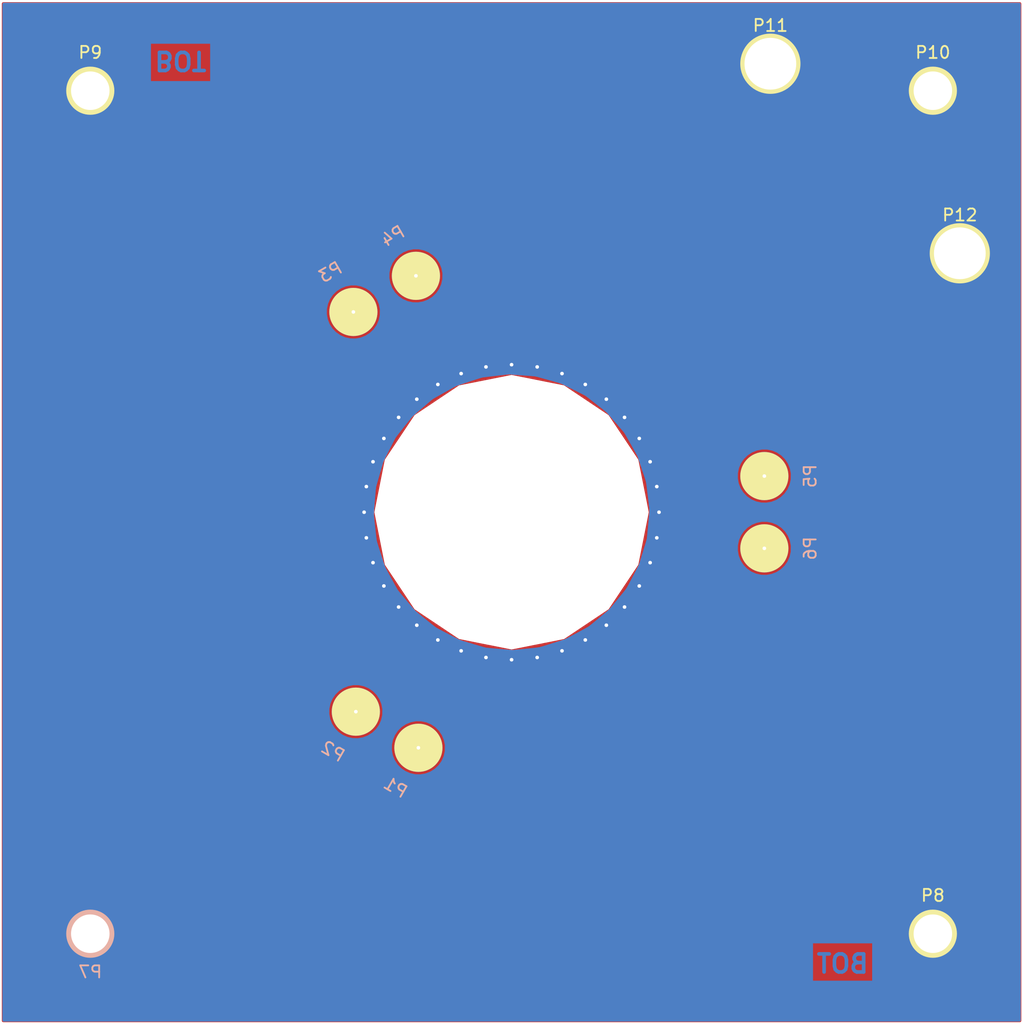
<source format=kicad_pcb>
(kicad_pcb (version 4) (host pcbnew 4.0.2-stable)

  (general
    (links 5)
    (no_connects 0)
    (area 57.499499 57.190908 142.500501 142.515779)
    (thickness 1.6)
    (drawings 14)
    (tracks 471)
    (zones 0)
    (modules 12)
    (nets 8)
  )

  (page A4)
  (layers
    (0 F.Cu signal)
    (31 B.Cu signal)
    (32 B.Adhes user)
    (33 F.Adhes user)
    (34 B.Paste user)
    (35 F.Paste user)
    (36 B.SilkS user)
    (37 F.SilkS user)
    (38 B.Mask user)
    (39 F.Mask user)
    (40 Dwgs.User user)
    (41 Cmts.User user)
    (42 Eco1.User user)
    (43 Eco2.User user)
    (44 Edge.Cuts user)
    (45 Margin user)
    (46 B.CrtYd user)
    (47 F.CrtYd user)
    (48 B.Fab user)
    (49 F.Fab user)
  )

  (setup
    (last_trace_width 0.3)
    (user_trace_width 0.25)
    (user_trace_width 0.3)
    (user_trace_width 0.4)
    (user_trace_width 0.5)
    (user_trace_width 2)
    (trace_clearance 0.2)
    (zone_clearance 0.15)
    (zone_45_only yes)
    (trace_min 0.25)
    (segment_width 0.2)
    (edge_width 0.15)
    (via_size 1.5)
    (via_drill 0.2)
    (via_min_size 0.6)
    (via_min_drill 0.2)
    (user_via 1.5 0.3)
    (blind_buried_vias_allowed yes)
    (uvia_size 0.3)
    (uvia_drill 0.1)
    (uvias_allowed no)
    (uvia_min_size 0.2)
    (uvia_min_drill 0.1)
    (pcb_text_width 0.3)
    (pcb_text_size 1.5 1.5)
    (mod_edge_width 0.15)
    (mod_text_size 1 1)
    (mod_text_width 0.15)
    (pad_size 5 5)
    (pad_drill 4.3)
    (pad_to_mask_clearance 0.062)
    (solder_mask_min_width 0.125)
    (aux_axis_origin 0 0)
    (grid_origin 100 100)
    (visible_elements FFFFFF7F)
    (pcbplotparams
      (layerselection 0x010c0_80000001)
      (usegerberextensions true)
      (excludeedgelayer true)
      (linewidth 0.100000)
      (plotframeref false)
      (viasonmask false)
      (mode 1)
      (useauxorigin false)
      (hpglpennumber 1)
      (hpglpenspeed 20)
      (hpglpendiameter 15)
      (hpglpenoverlay 2)
      (psnegative false)
      (psa4output false)
      (plotreference true)
      (plotvalue false)
      (plotinvisibletext false)
      (padsonsilk false)
      (subtractmaskfromsilk false)
      (outputformat 1)
      (mirror false)
      (drillshape 0)
      (scaleselection 1)
      (outputdirectory gerber))
  )

  (net 0 "")
  (net 1 GND)
  (net 2 /SENSOR1)
  (net 3 /SENSOR2)
  (net 4 /SENSOR3)
  (net 5 /SENSOR4)
  (net 6 /SENSOR5)
  (net 7 /SENSOR6)

  (net_class Default "This is the default net class."
    (clearance 0.2)
    (trace_width 0.3)
    (via_dia 1.5)
    (via_drill 0.2)
    (uvia_dia 0.3)
    (uvia_drill 0.1)
    (add_net /SENSOR1)
    (add_net /SENSOR2)
    (add_net /SENSOR3)
    (add_net /SENSOR4)
    (add_net /SENSOR5)
    (add_net /SENSOR6)
    (add_net GND)
  )

  (module SCUBE:plate_hole (layer F.Cu) (tedit 57AD9F33) (tstamp 57ADA3FB)
    (at 92.25833 119.562178 150)
    (path /57ADA033)
    (fp_text reference P1 (at 0 -3.81 150) (layer B.SilkS)
      (effects (font (size 1 1) (thickness 0.15)) (justify mirror))
    )
    (fp_text value CONN_01X01 (at 0 -5.08 150) (layer B.Fab)
      (effects (font (size 1 1) (thickness 0.15)) (justify mirror))
    )
    (pad 1 thru_hole circle (at 0 0 150) (size 4 4) (drill 0.3) (layers *.Cu F.SilkS B.Mask)
      (net 2 /SENSOR1))
  )

  (module SCUBE:plate_hole (layer F.Cu) (tedit 57AD9F33) (tstamp 57ADA400)
    (at 87.062178 116.562178 150)
    (path /57ADA08D)
    (fp_text reference P2 (at 0 -3.81 150) (layer B.SilkS)
      (effects (font (size 1 1) (thickness 0.15)) (justify mirror))
    )
    (fp_text value CONN_01X01 (at 0 -5.08 150) (layer B.Fab)
      (effects (font (size 1 1) (thickness 0.15)) (justify mirror))
    )
    (pad 1 thru_hole circle (at 0 0 150) (size 4 4) (drill 0.3) (layers *.Cu F.SilkS B.Mask)
      (net 3 /SENSOR2))
  )

  (module SCUBE:plate_hole (layer F.Cu) (tedit 57AD9F33) (tstamp 57ADA405)
    (at 86.857695 83.370835 30)
    (path /57ADA0AB)
    (fp_text reference P3 (at 0 -3.81 30) (layer B.SilkS)
      (effects (font (size 1 1) (thickness 0.15)) (justify mirror))
    )
    (fp_text value CONN_01X01 (at 0 -5.08 30) (layer B.Fab)
      (effects (font (size 1 1) (thickness 0.15)) (justify mirror))
    )
    (pad 1 thru_hole circle (at 0 0 30) (size 4 4) (drill 0.3) (layers *.Cu F.SilkS B.Mask)
      (net 4 /SENSOR3))
  )

  (module SCUBE:plate_hole (layer F.Cu) (tedit 57AD9F33) (tstamp 57ADA40A)
    (at 92.053848 80.370835 30)
    (path /57ADA0DC)
    (fp_text reference P4 (at 0 -3.81 30) (layer B.SilkS)
      (effects (font (size 1 1) (thickness 0.15)) (justify mirror))
    )
    (fp_text value CONN_01X01 (at 0 -5.08 30) (layer B.Fab)
      (effects (font (size 1 1) (thickness 0.15)) (justify mirror))
    )
    (pad 1 thru_hole circle (at 0 0 30) (size 4 4) (drill 0.3) (layers *.Cu F.SilkS B.Mask)
      (net 5 /SENSOR4))
  )

  (module SCUBE:plate_hole (layer F.Cu) (tedit 57AD9F33) (tstamp 57ADA40F)
    (at 121 97 270)
    (path /57ADA0F8)
    (fp_text reference P5 (at 0 -3.81 270) (layer B.SilkS)
      (effects (font (size 1 1) (thickness 0.15)) (justify mirror))
    )
    (fp_text value CONN_01X01 (at 0 -5.08 270) (layer B.Fab)
      (effects (font (size 1 1) (thickness 0.15)) (justify mirror))
    )
    (pad 1 thru_hole circle (at 0 0 270) (size 4 4) (drill 0.3) (layers *.Cu F.SilkS B.Mask)
      (net 6 /SENSOR5))
  )

  (module SCUBE:plate_hole (layer F.Cu) (tedit 57AD9F33) (tstamp 57ADA414)
    (at 121 103 270)
    (path /57ADA131)
    (fp_text reference P6 (at 0 -3.81 270) (layer B.SilkS)
      (effects (font (size 1 1) (thickness 0.15)) (justify mirror))
    )
    (fp_text value CONN_01X01 (at 0 -5.08 270) (layer B.Fab)
      (effects (font (size 1 1) (thickness 0.15)) (justify mirror))
    )
    (pad 1 thru_hole circle (at 0 0 270) (size 4 4) (drill 0.3) (layers *.Cu F.SilkS B.Mask)
      (net 7 /SENSOR6))
  )

  (module SCUBE:M3_PTH (layer B.Cu) (tedit 57ADC4E8) (tstamp 57ADC925)
    (at 65 135)
    (path /57ADA50A)
    (fp_text reference P7 (at 0 3.175) (layer B.SilkS)
      (effects (font (size 1 1) (thickness 0.15)) (justify mirror))
    )
    (fp_text value M3 (at 0 4.445) (layer B.Fab)
      (effects (font (size 1 1) (thickness 0.15)) (justify mirror))
    )
    (pad 1 thru_hole circle (at 0 0) (size 4 4) (drill 3.2) (layers *.Cu *.Mask B.SilkS)
      (net 1 GND))
  )

  (module SCUBE:M3_PTH (layer F.Cu) (tedit 57ADC4E8) (tstamp 57ADC92D)
    (at 135 135)
    (path /57ADC6AB)
    (fp_text reference P8 (at 0 -3.175) (layer F.SilkS)
      (effects (font (size 1 1) (thickness 0.15)))
    )
    (fp_text value M3 (at 0 -4.445) (layer F.Fab)
      (effects (font (size 1 1) (thickness 0.15)))
    )
    (pad 1 thru_hole circle (at 0 0) (size 4 4) (drill 3.2) (layers *.Cu *.Mask F.SilkS)
      (net 1 GND))
  )

  (module SCUBE:M3_PTH (layer F.Cu) (tedit 57ADC4E8) (tstamp 57ADC932)
    (at 65 65)
    (path /57ADC6D7)
    (fp_text reference P9 (at 0 -3.175) (layer F.SilkS)
      (effects (font (size 1 1) (thickness 0.15)))
    )
    (fp_text value M3 (at 0 -4.445) (layer F.Fab)
      (effects (font (size 1 1) (thickness 0.15)))
    )
    (pad 1 thru_hole circle (at 0 0) (size 4 4) (drill 3.2) (layers *.Cu *.Mask F.SilkS)
      (net 1 GND))
  )

  (module SCUBE:M3_PTH (layer F.Cu) (tedit 57ADC4E8) (tstamp 57ADC937)
    (at 135 65)
    (path /57ADC718)
    (fp_text reference P10 (at 0 -3.175) (layer F.SilkS)
      (effects (font (size 1 1) (thickness 0.15)))
    )
    (fp_text value M3 (at 0 -4.445) (layer F.Fab)
      (effects (font (size 1 1) (thickness 0.15)))
    )
    (pad 1 thru_hole circle (at 0 0) (size 4 4) (drill 3.2) (layers *.Cu *.Mask F.SilkS)
      (net 1 GND))
  )

  (module SCUBE:M3_PTH (layer F.Cu) (tedit 58EAA78A) (tstamp 584875C3)
    (at 121.5 62.760908)
    (path /58487826)
    (fp_text reference P11 (at 0 -3.175) (layer F.SilkS)
      (effects (font (size 1 1) (thickness 0.15)))
    )
    (fp_text value M3 (at 0 -4.445) (layer F.Fab)
      (effects (font (size 1 1) (thickness 0.15)))
    )
    (pad 1 thru_hole circle (at 0 0) (size 5 5) (drill 4.3) (layers *.Cu *.Mask F.SilkS)
      (net 1 GND))
  )

  (module SCUBE:M3_PTH (layer F.Cu) (tedit 58EAA798) (tstamp 584875C8)
    (at 137.239092 78.5)
    (path /58487879)
    (fp_text reference P12 (at 0 -3.175) (layer F.SilkS)
      (effects (font (size 1 1) (thickness 0.15)))
    )
    (fp_text value M3 (at 0 -4.445) (layer F.Fab)
      (effects (font (size 1 1) (thickness 0.15)))
    )
    (pad 1 thru_hole circle (at 0 0) (size 5 5) (drill 4.3) (layers *.Cu *.Mask F.SilkS)
      (net 1 GND))
  )

  (gr_text BOT (at 72.5 62.5 180) (layer B.Cu) (tstamp 57ADABFA)
    (effects (font (size 1.5 1.5) (thickness 0.3)) (justify mirror))
  )
  (gr_text TOP (at 65 60 180) (layer F.Cu) (tstamp 57ADABF9)
    (effects (font (size 1.5 1.5) (thickness 0.3)))
  )
  (gr_text 3 (at 66.5 60 180) (layer In2.Cu) (tstamp 578FAAFE)
    (effects (font (size 1.5 1.5) (thickness 0.3)))
  )
  (gr_text 2 (at 68.5 60 180) (layer In1.Cu) (tstamp 578FAAFD)
    (effects (font (size 1.5 1.5) (thickness 0.3)))
  )
  (gr_text BOT (at 127.5 137.5) (layer B.Cu)
    (effects (font (size 1.5 1.5) (thickness 0.3)) (justify mirror))
  )
  (gr_text 3 (at 133.5 140) (layer In2.Cu)
    (effects (font (size 1.5 1.5) (thickness 0.3)))
  )
  (gr_text 2 (at 131.5 140) (layer In1.Cu)
    (effects (font (size 1.5 1.5) (thickness 0.3)))
  )
  (gr_text TOP (at 135 140) (layer F.Cu)
    (effects (font (size 1.5 1.5) (thickness 0.3)))
  )
  (gr_circle (center 100 100) (end 112 100) (layer B.Mask) (width 3))
  (gr_circle (center 100 100) (end 111.25 100) (layer Edge.Cuts) (width 0.001))
  (gr_line (start 57.5 142.5) (end 57.5 57.5) (layer Edge.Cuts) (width 0.001))
  (gr_line (start 142.5 142.5) (end 57.5 142.5) (layer Edge.Cuts) (width 0.001))
  (gr_line (start 142.5 57.5) (end 142.5 142.5) (layer Edge.Cuts) (width 0.001))
  (gr_line (start 57.5 57.5) (end 142.5 57.5) (layer Edge.Cuts) (width 0.001))

  (segment (start 114 100) (end 111.9 100) (width 0.3) (layer B.Cu) (net 1))
  (segment (start 114 114) (end 114 100) (width 0.3) (layer B.Cu) (net 1))
  (segment (start 135 135) (end 114 114) (width 0.3) (layer B.Cu) (net 1))
  (via (at 112.25 100) (size 0.6) (drill 0.3) (layers F.Cu B.Cu) (net 1))
  (segment (start 112.25 100) (end 112.244818 100.356288) (width 1.6) (layer F.Cu) (net 1))
  (segment (start 112.25 100) (end 112.244818 100.356288) (width 1.6) (layer B.Cu) (net 1))
  (segment (start 112.244818 100.356288) (end 112.229275 100.712274) (width 1.6) (layer F.Cu) (net 1))
  (segment (start 112.244818 100.356288) (end 112.229275 100.712274) (width 1.6) (layer B.Cu) (net 1))
  (segment (start 112.229275 100.712274) (end 112.203385 101.067658) (width 1.6) (layer F.Cu) (net 1))
  (segment (start 112.229275 100.712274) (end 112.203385 101.067658) (width 1.6) (layer B.Cu) (net 1))
  (segment (start 112.203385 101.067658) (end 112.16717 101.422138) (width 1.6) (layer F.Cu) (net 1))
  (segment (start 112.203385 101.067658) (end 112.16717 101.422138) (width 1.6) (layer B.Cu) (net 1))
  (segment (start 112.16717 101.422138) (end 112.12066 101.775415) (width 1.6) (layer F.Cu) (net 1))
  (segment (start 112.16717 101.422138) (end 112.12066 101.775415) (width 1.6) (layer B.Cu) (net 1))
  (segment (start 112.12066 101.775415) (end 112.063895 102.12719) (width 1.6) (layer F.Cu) (net 1))
  (segment (start 112.12066 101.775415) (end 112.063895 102.12719) (width 1.6) (layer B.Cu) (net 1))
  (via (at 112.063895 102.12719) (size 0.6) (drill 0.3) (layers F.Cu B.Cu) (net 1))
  (segment (start 112.063895 102.12719) (end 111.996923 102.477165) (width 1.6) (layer F.Cu) (net 1))
  (segment (start 112.063895 102.12719) (end 111.996923 102.477165) (width 1.6) (layer B.Cu) (net 1))
  (segment (start 111.996923 102.477165) (end 111.9198 102.825044) (width 1.6) (layer F.Cu) (net 1))
  (segment (start 111.996923 102.477165) (end 111.9198 102.825044) (width 1.6) (layer B.Cu) (net 1))
  (segment (start 111.9198 102.825044) (end 111.832591 103.170533) (width 1.6) (layer F.Cu) (net 1))
  (segment (start 111.9198 102.825044) (end 111.832591 103.170533) (width 1.6) (layer B.Cu) (net 1))
  (segment (start 111.832591 103.170533) (end 111.735372 103.51334) (width 1.6) (layer F.Cu) (net 1))
  (segment (start 111.832591 103.170533) (end 111.735372 103.51334) (width 1.6) (layer B.Cu) (net 1))
  (segment (start 111.735372 103.51334) (end 111.628222 103.853173) (width 1.6) (layer F.Cu) (net 1))
  (segment (start 111.735372 103.51334) (end 111.628222 103.853173) (width 1.6) (layer B.Cu) (net 1))
  (segment (start 111.628222 103.853173) (end 111.511235 104.189747) (width 1.6) (layer F.Cu) (net 1))
  (segment (start 111.628222 103.853173) (end 111.511235 104.189747) (width 1.6) (layer B.Cu) (net 1))
  (via (at 111.511235 104.189747) (size 0.6) (drill 0.3) (layers F.Cu B.Cu) (net 1))
  (segment (start 111.511235 104.189747) (end 111.384507 104.522775) (width 1.6) (layer F.Cu) (net 1))
  (segment (start 111.511235 104.189747) (end 111.384507 104.522775) (width 1.6) (layer B.Cu) (net 1))
  (segment (start 111.384507 104.522775) (end 111.248147 104.851977) (width 1.6) (layer F.Cu) (net 1))
  (segment (start 111.384507 104.522775) (end 111.248147 104.851977) (width 1.6) (layer B.Cu) (net 1))
  (segment (start 111.248147 104.851977) (end 111.10227 105.177074) (width 1.6) (layer F.Cu) (net 1))
  (segment (start 111.248147 104.851977) (end 111.10227 105.177074) (width 1.6) (layer B.Cu) (net 1))
  (segment (start 111.10227 105.177074) (end 110.947 105.49779) (width 1.6) (layer F.Cu) (net 1))
  (segment (start 111.10227 105.177074) (end 110.947 105.49779) (width 1.6) (layer B.Cu) (net 1))
  (segment (start 110.947 105.49779) (end 110.782467 105.813855) (width 1.6) (layer F.Cu) (net 1))
  (segment (start 110.947 105.49779) (end 110.782467 105.813855) (width 1.6) (layer B.Cu) (net 1))
  (segment (start 110.782467 105.813855) (end 110.608811 106.125) (width 1.6) (layer F.Cu) (net 1))
  (segment (start 110.782467 105.813855) (end 110.608811 106.125) (width 1.6) (layer B.Cu) (net 1))
  (via (at 110.608811 106.125) (size 0.6) (drill 0.3) (layers F.Cu B.Cu) (net 1))
  (segment (start 110.608811 106.125) (end 110.426179 106.430963) (width 1.6) (layer F.Cu) (net 1))
  (segment (start 110.608811 106.125) (end 110.426179 106.430963) (width 1.6) (layer B.Cu) (net 1))
  (segment (start 110.426179 106.430963) (end 110.234726 106.731485) (width 1.6) (layer F.Cu) (net 1))
  (segment (start 110.426179 106.430963) (end 110.234726 106.731485) (width 1.6) (layer B.Cu) (net 1))
  (segment (start 110.234726 106.731485) (end 110.034613 107.026311) (width 1.6) (layer F.Cu) (net 1))
  (segment (start 110.234726 106.731485) (end 110.034613 107.026311) (width 1.6) (layer B.Cu) (net 1))
  (segment (start 110.034613 107.026311) (end 109.826009 107.315193) (width 1.6) (layer F.Cu) (net 1))
  (segment (start 110.034613 107.026311) (end 109.826009 107.315193) (width 1.6) (layer B.Cu) (net 1))
  (segment (start 109.826009 107.315193) (end 109.609092 107.597885) (width 1.6) (layer F.Cu) (net 1))
  (segment (start 109.826009 107.315193) (end 109.609092 107.597885) (width 1.6) (layer B.Cu) (net 1))
  (segment (start 109.609092 107.597885) (end 109.384044 107.874148) (width 1.6) (layer F.Cu) (net 1))
  (segment (start 109.609092 107.597885) (end 109.384044 107.874148) (width 1.6) (layer B.Cu) (net 1))
  (via (at 109.384044 107.874148) (size 0.6) (drill 0.3) (layers F.Cu B.Cu) (net 1))
  (segment (start 109.384044 107.874148) (end 109.151057 108.143749) (width 1.6) (layer F.Cu) (net 1))
  (segment (start 109.384044 107.874148) (end 109.151057 108.143749) (width 1.6) (layer B.Cu) (net 1))
  (segment (start 109.151057 108.143749) (end 108.910327 108.40646) (width 1.6) (layer F.Cu) (net 1))
  (segment (start 109.151057 108.143749) (end 108.910327 108.40646) (width 1.6) (layer B.Cu) (net 1))
  (segment (start 108.910327 108.40646) (end 108.662058 108.662058) (width 1.6) (layer F.Cu) (net 1))
  (segment (start 108.910327 108.40646) (end 108.662058 108.662058) (width 1.6) (layer B.Cu) (net 1))
  (segment (start 108.662058 108.662058) (end 108.40646 108.910327) (width 1.6) (layer F.Cu) (net 1))
  (segment (start 108.662058 108.662058) (end 108.40646 108.910327) (width 1.6) (layer B.Cu) (net 1))
  (segment (start 108.40646 108.910327) (end 108.143749 109.151057) (width 1.6) (layer F.Cu) (net 1))
  (segment (start 108.40646 108.910327) (end 108.143749 109.151057) (width 1.6) (layer B.Cu) (net 1))
  (segment (start 108.143749 109.151057) (end 107.874148 109.384044) (width 1.6) (layer F.Cu) (net 1))
  (segment (start 108.143749 109.151057) (end 107.874148 109.384044) (width 1.6) (layer B.Cu) (net 1))
  (via (at 107.874148 109.384044) (size 0.6) (drill 0.3) (layers F.Cu B.Cu) (net 1))
  (segment (start 107.874148 109.384044) (end 107.597885 109.609092) (width 1.6) (layer F.Cu) (net 1))
  (segment (start 107.874148 109.384044) (end 107.597885 109.609092) (width 1.6) (layer B.Cu) (net 1))
  (segment (start 107.597885 109.609092) (end 107.315193 109.826009) (width 1.6) (layer F.Cu) (net 1))
  (segment (start 107.597885 109.609092) (end 107.315193 109.826009) (width 1.6) (layer B.Cu) (net 1))
  (segment (start 107.315193 109.826009) (end 107.026311 110.034613) (width 1.6) (layer F.Cu) (net 1))
  (segment (start 107.315193 109.826009) (end 107.026311 110.034613) (width 1.6) (layer B.Cu) (net 1))
  (segment (start 107.026311 110.034613) (end 106.731485 110.234726) (width 1.6) (layer F.Cu) (net 1))
  (segment (start 107.026311 110.034613) (end 106.731485 110.234726) (width 1.6) (layer B.Cu) (net 1))
  (segment (start 106.731485 110.234726) (end 106.430963 110.426179) (width 1.6) (layer F.Cu) (net 1))
  (segment (start 106.731485 110.234726) (end 106.430963 110.426179) (width 1.6) (layer B.Cu) (net 1))
  (segment (start 106.430963 110.426179) (end 106.125 110.608811) (width 1.6) (layer F.Cu) (net 1))
  (segment (start 106.430963 110.426179) (end 106.125 110.608811) (width 1.6) (layer B.Cu) (net 1))
  (via (at 106.125 110.608811) (size 0.6) (drill 0.3) (layers F.Cu B.Cu) (net 1))
  (segment (start 106.125 110.608811) (end 105.813855 110.782467) (width 1.6) (layer F.Cu) (net 1))
  (segment (start 106.125 110.608811) (end 105.813855 110.782467) (width 1.6) (layer B.Cu) (net 1))
  (segment (start 105.813855 110.782467) (end 105.49779 110.947) (width 1.6) (layer F.Cu) (net 1))
  (segment (start 105.813855 110.782467) (end 105.49779 110.947) (width 1.6) (layer B.Cu) (net 1))
  (segment (start 105.49779 110.947) (end 105.177074 111.10227) (width 1.6) (layer F.Cu) (net 1))
  (segment (start 105.49779 110.947) (end 105.177074 111.10227) (width 1.6) (layer B.Cu) (net 1))
  (segment (start 105.177074 111.10227) (end 104.851977 111.248147) (width 1.6) (layer F.Cu) (net 1))
  (segment (start 105.177074 111.10227) (end 104.851977 111.248147) (width 1.6) (layer B.Cu) (net 1))
  (segment (start 104.851977 111.248147) (end 104.522775 111.384507) (width 1.6) (layer F.Cu) (net 1))
  (segment (start 104.851977 111.248147) (end 104.522775 111.384507) (width 1.6) (layer B.Cu) (net 1))
  (segment (start 104.522775 111.384507) (end 104.189747 111.511235) (width 1.6) (layer F.Cu) (net 1))
  (segment (start 104.522775 111.384507) (end 104.189747 111.511235) (width 1.6) (layer B.Cu) (net 1))
  (via (at 104.189747 111.511235) (size 0.6) (drill 0.3) (layers F.Cu B.Cu) (net 1))
  (segment (start 104.189747 111.511235) (end 103.853173 111.628222) (width 1.6) (layer F.Cu) (net 1))
  (segment (start 104.189747 111.511235) (end 103.853173 111.628222) (width 1.6) (layer B.Cu) (net 1))
  (segment (start 103.853173 111.628222) (end 103.51334 111.735372) (width 1.6) (layer F.Cu) (net 1))
  (segment (start 103.853173 111.628222) (end 103.51334 111.735372) (width 1.6) (layer B.Cu) (net 1))
  (segment (start 103.51334 111.735372) (end 103.170533 111.832591) (width 1.6) (layer F.Cu) (net 1))
  (segment (start 103.51334 111.735372) (end 103.170533 111.832591) (width 1.6) (layer B.Cu) (net 1))
  (segment (start 103.170533 111.832591) (end 102.825044 111.9198) (width 1.6) (layer F.Cu) (net 1))
  (segment (start 103.170533 111.832591) (end 102.825044 111.9198) (width 1.6) (layer B.Cu) (net 1))
  (segment (start 102.825044 111.9198) (end 102.477165 111.996923) (width 1.6) (layer F.Cu) (net 1))
  (segment (start 102.825044 111.9198) (end 102.477165 111.996923) (width 1.6) (layer B.Cu) (net 1))
  (segment (start 102.477165 111.996923) (end 102.12719 112.063895) (width 1.6) (layer F.Cu) (net 1))
  (segment (start 102.477165 111.996923) (end 102.12719 112.063895) (width 1.6) (layer B.Cu) (net 1))
  (via (at 102.12719 112.063895) (size 0.6) (drill 0.3) (layers F.Cu B.Cu) (net 1))
  (segment (start 102.12719 112.063895) (end 101.775415 112.12066) (width 1.6) (layer F.Cu) (net 1))
  (segment (start 102.12719 112.063895) (end 101.775415 112.12066) (width 1.6) (layer B.Cu) (net 1))
  (segment (start 101.775415 112.12066) (end 101.422138 112.16717) (width 1.6) (layer F.Cu) (net 1))
  (segment (start 101.775415 112.12066) (end 101.422138 112.16717) (width 1.6) (layer B.Cu) (net 1))
  (segment (start 101.422138 112.16717) (end 101.067658 112.203385) (width 1.6) (layer F.Cu) (net 1))
  (segment (start 101.422138 112.16717) (end 101.067658 112.203385) (width 1.6) (layer B.Cu) (net 1))
  (segment (start 101.067658 112.203385) (end 100.712274 112.229275) (width 1.6) (layer F.Cu) (net 1))
  (segment (start 101.067658 112.203385) (end 100.712274 112.229275) (width 1.6) (layer B.Cu) (net 1))
  (segment (start 100.712274 112.229275) (end 100.356288 112.244818) (width 1.6) (layer F.Cu) (net 1))
  (segment (start 100.712274 112.229275) (end 100.356288 112.244818) (width 1.6) (layer B.Cu) (net 1))
  (segment (start 100.356288 112.244818) (end 100 112.25) (width 1.6) (layer F.Cu) (net 1))
  (segment (start 100.356288 112.244818) (end 100 112.25) (width 1.6) (layer B.Cu) (net 1))
  (via (at 100 112.25) (size 0.6) (drill 0.3) (layers F.Cu B.Cu) (net 1))
  (segment (start 100 112.25) (end 99.643712 112.244818) (width 1.6) (layer F.Cu) (net 1))
  (segment (start 100 112.25) (end 99.643712 112.244818) (width 1.6) (layer B.Cu) (net 1))
  (segment (start 99.643712 112.244818) (end 99.287726 112.229275) (width 1.6) (layer F.Cu) (net 1))
  (segment (start 99.643712 112.244818) (end 99.287726 112.229275) (width 1.6) (layer B.Cu) (net 1))
  (segment (start 99.287726 112.229275) (end 98.932342 112.203385) (width 1.6) (layer F.Cu) (net 1))
  (segment (start 99.287726 112.229275) (end 98.932342 112.203385) (width 1.6) (layer B.Cu) (net 1))
  (segment (start 98.932342 112.203385) (end 98.577862 112.16717) (width 1.6) (layer F.Cu) (net 1))
  (segment (start 98.932342 112.203385) (end 98.577862 112.16717) (width 1.6) (layer B.Cu) (net 1))
  (segment (start 98.577862 112.16717) (end 98.224585 112.12066) (width 1.6) (layer F.Cu) (net 1))
  (segment (start 98.577862 112.16717) (end 98.224585 112.12066) (width 1.6) (layer B.Cu) (net 1))
  (segment (start 98.224585 112.12066) (end 97.87281 112.063895) (width 1.6) (layer F.Cu) (net 1))
  (segment (start 98.224585 112.12066) (end 97.87281 112.063895) (width 1.6) (layer B.Cu) (net 1))
  (via (at 97.87281 112.063895) (size 0.6) (drill 0.3) (layers F.Cu B.Cu) (net 1))
  (segment (start 97.87281 112.063895) (end 97.522835 111.996923) (width 1.6) (layer F.Cu) (net 1))
  (segment (start 97.87281 112.063895) (end 97.522835 111.996923) (width 1.6) (layer B.Cu) (net 1))
  (segment (start 97.522835 111.996923) (end 97.174956 111.9198) (width 1.6) (layer F.Cu) (net 1))
  (segment (start 97.522835 111.996923) (end 97.174956 111.9198) (width 1.6) (layer B.Cu) (net 1))
  (segment (start 97.174956 111.9198) (end 96.829467 111.832591) (width 1.6) (layer F.Cu) (net 1))
  (segment (start 97.174956 111.9198) (end 96.829467 111.832591) (width 1.6) (layer B.Cu) (net 1))
  (segment (start 96.829467 111.832591) (end 96.48666 111.735372) (width 1.6) (layer F.Cu) (net 1))
  (segment (start 96.829467 111.832591) (end 96.48666 111.735372) (width 1.6) (layer B.Cu) (net 1))
  (segment (start 96.48666 111.735372) (end 96.146827 111.628222) (width 1.6) (layer F.Cu) (net 1))
  (segment (start 96.48666 111.735372) (end 96.146827 111.628222) (width 1.6) (layer B.Cu) (net 1))
  (segment (start 96.146827 111.628222) (end 95.810253 111.511235) (width 1.6) (layer F.Cu) (net 1))
  (segment (start 96.146827 111.628222) (end 95.810253 111.511235) (width 1.6) (layer B.Cu) (net 1))
  (via (at 95.810253 111.511235) (size 0.6) (drill 0.3) (layers F.Cu B.Cu) (net 1))
  (segment (start 95.810253 111.511235) (end 95.477225 111.384507) (width 1.6) (layer F.Cu) (net 1))
  (segment (start 95.810253 111.511235) (end 95.477225 111.384507) (width 1.6) (layer B.Cu) (net 1))
  (segment (start 95.477225 111.384507) (end 95.148023 111.248147) (width 1.6) (layer F.Cu) (net 1))
  (segment (start 95.477225 111.384507) (end 95.148023 111.248147) (width 1.6) (layer B.Cu) (net 1))
  (segment (start 95.148023 111.248147) (end 94.822926 111.10227) (width 1.6) (layer F.Cu) (net 1))
  (segment (start 95.148023 111.248147) (end 94.822926 111.10227) (width 1.6) (layer B.Cu) (net 1))
  (segment (start 94.822926 111.10227) (end 94.50221 110.947) (width 1.6) (layer F.Cu) (net 1))
  (segment (start 94.822926 111.10227) (end 94.50221 110.947) (width 1.6) (layer B.Cu) (net 1))
  (segment (start 94.50221 110.947) (end 94.186145 110.782467) (width 1.6) (layer F.Cu) (net 1))
  (segment (start 94.50221 110.947) (end 94.186145 110.782467) (width 1.6) (layer B.Cu) (net 1))
  (segment (start 94.186145 110.782467) (end 93.875 110.608811) (width 1.6) (layer F.Cu) (net 1))
  (segment (start 94.186145 110.782467) (end 93.875 110.608811) (width 1.6) (layer B.Cu) (net 1))
  (via (at 93.875 110.608811) (size 0.6) (drill 0.3) (layers F.Cu B.Cu) (net 1))
  (segment (start 93.875 110.608811) (end 93.569037 110.426179) (width 1.6) (layer F.Cu) (net 1))
  (segment (start 93.875 110.608811) (end 93.569037 110.426179) (width 1.6) (layer B.Cu) (net 1))
  (segment (start 93.569037 110.426179) (end 93.268515 110.234726) (width 1.6) (layer F.Cu) (net 1))
  (segment (start 93.569037 110.426179) (end 93.268515 110.234726) (width 1.6) (layer B.Cu) (net 1))
  (segment (start 93.268515 110.234726) (end 92.973689 110.034613) (width 1.6) (layer F.Cu) (net 1))
  (segment (start 93.268515 110.234726) (end 92.973689 110.034613) (width 1.6) (layer B.Cu) (net 1))
  (segment (start 92.973689 110.034613) (end 92.684807 109.826009) (width 1.6) (layer F.Cu) (net 1))
  (segment (start 92.973689 110.034613) (end 92.684807 109.826009) (width 1.6) (layer B.Cu) (net 1))
  (segment (start 92.684807 109.826009) (end 92.402115 109.609092) (width 1.6) (layer F.Cu) (net 1))
  (segment (start 92.684807 109.826009) (end 92.402115 109.609092) (width 1.6) (layer B.Cu) (net 1))
  (segment (start 92.402115 109.609092) (end 92.125852 109.384044) (width 1.6) (layer F.Cu) (net 1))
  (segment (start 92.402115 109.609092) (end 92.125852 109.384044) (width 1.6) (layer B.Cu) (net 1))
  (via (at 92.125852 109.384044) (size 0.6) (drill 0.3) (layers F.Cu B.Cu) (net 1))
  (segment (start 92.125852 109.384044) (end 91.856251 109.151057) (width 1.6) (layer F.Cu) (net 1))
  (segment (start 92.125852 109.384044) (end 91.856251 109.151057) (width 1.6) (layer B.Cu) (net 1))
  (segment (start 91.856251 109.151057) (end 91.59354 108.910327) (width 1.6) (layer F.Cu) (net 1))
  (segment (start 91.856251 109.151057) (end 91.59354 108.910327) (width 1.6) (layer B.Cu) (net 1))
  (segment (start 91.59354 108.910327) (end 91.337942 108.662058) (width 1.6) (layer F.Cu) (net 1))
  (segment (start 91.59354 108.910327) (end 91.337942 108.662058) (width 1.6) (layer B.Cu) (net 1))
  (segment (start 91.337942 108.662058) (end 91.089673 108.40646) (width 1.6) (layer F.Cu) (net 1))
  (segment (start 91.337942 108.662058) (end 91.089673 108.40646) (width 1.6) (layer B.Cu) (net 1))
  (segment (start 91.089673 108.40646) (end 90.848943 108.143749) (width 1.6) (layer F.Cu) (net 1))
  (segment (start 91.089673 108.40646) (end 90.848943 108.143749) (width 1.6) (layer B.Cu) (net 1))
  (segment (start 90.848943 108.143749) (end 90.615956 107.874148) (width 1.6) (layer F.Cu) (net 1))
  (segment (start 90.848943 108.143749) (end 90.615956 107.874148) (width 1.6) (layer B.Cu) (net 1))
  (via (at 90.615956 107.874148) (size 0.6) (drill 0.3) (layers F.Cu B.Cu) (net 1))
  (segment (start 90.615956 107.874148) (end 90.390908 107.597885) (width 1.6) (layer F.Cu) (net 1))
  (segment (start 90.615956 107.874148) (end 90.390908 107.597885) (width 1.6) (layer B.Cu) (net 1))
  (segment (start 90.390908 107.597885) (end 90.173991 107.315193) (width 1.6) (layer F.Cu) (net 1))
  (segment (start 90.390908 107.597885) (end 90.173991 107.315193) (width 1.6) (layer B.Cu) (net 1))
  (segment (start 90.173991 107.315193) (end 89.965387 107.026311) (width 1.6) (layer F.Cu) (net 1))
  (segment (start 90.173991 107.315193) (end 89.965387 107.026311) (width 1.6) (layer B.Cu) (net 1))
  (segment (start 89.965387 107.026311) (end 89.765274 106.731485) (width 1.6) (layer F.Cu) (net 1))
  (segment (start 89.965387 107.026311) (end 89.765274 106.731485) (width 1.6) (layer B.Cu) (net 1))
  (segment (start 89.765274 106.731485) (end 89.573821 106.430963) (width 1.6) (layer F.Cu) (net 1))
  (segment (start 89.765274 106.731485) (end 89.573821 106.430963) (width 1.6) (layer B.Cu) (net 1))
  (segment (start 89.573821 106.430963) (end 89.391189 106.125) (width 1.6) (layer F.Cu) (net 1))
  (segment (start 89.573821 106.430963) (end 89.391189 106.125) (width 1.6) (layer B.Cu) (net 1))
  (via (at 89.391189 106.125) (size 0.6) (drill 0.3) (layers F.Cu B.Cu) (net 1))
  (segment (start 89.391189 106.125) (end 89.217533 105.813855) (width 1.6) (layer F.Cu) (net 1))
  (segment (start 89.391189 106.125) (end 89.217533 105.813855) (width 1.6) (layer B.Cu) (net 1))
  (segment (start 89.217533 105.813855) (end 89.053 105.49779) (width 1.6) (layer F.Cu) (net 1))
  (segment (start 89.217533 105.813855) (end 89.053 105.49779) (width 1.6) (layer B.Cu) (net 1))
  (segment (start 89.053 105.49779) (end 88.89773 105.177074) (width 1.6) (layer F.Cu) (net 1))
  (segment (start 89.053 105.49779) (end 88.89773 105.177074) (width 1.6) (layer B.Cu) (net 1))
  (segment (start 88.89773 105.177074) (end 88.751853 104.851977) (width 1.6) (layer F.Cu) (net 1))
  (segment (start 88.89773 105.177074) (end 88.751853 104.851977) (width 1.6) (layer B.Cu) (net 1))
  (segment (start 88.751853 104.851977) (end 88.615493 104.522775) (width 1.6) (layer F.Cu) (net 1))
  (segment (start 88.751853 104.851977) (end 88.615493 104.522775) (width 1.6) (layer B.Cu) (net 1))
  (segment (start 88.615493 104.522775) (end 88.488765 104.189747) (width 1.6) (layer F.Cu) (net 1))
  (segment (start 88.615493 104.522775) (end 88.488765 104.189747) (width 1.6) (layer B.Cu) (net 1))
  (via (at 88.488765 104.189747) (size 0.6) (drill 0.3) (layers F.Cu B.Cu) (net 1))
  (segment (start 88.488765 104.189747) (end 88.371778 103.853173) (width 1.6) (layer F.Cu) (net 1))
  (segment (start 88.488765 104.189747) (end 88.371778 103.853173) (width 1.6) (layer B.Cu) (net 1))
  (segment (start 88.371778 103.853173) (end 88.264628 103.51334) (width 1.6) (layer F.Cu) (net 1))
  (segment (start 88.371778 103.853173) (end 88.264628 103.51334) (width 1.6) (layer B.Cu) (net 1))
  (segment (start 88.264628 103.51334) (end 88.167409 103.170533) (width 1.6) (layer F.Cu) (net 1))
  (segment (start 88.264628 103.51334) (end 88.167409 103.170533) (width 1.6) (layer B.Cu) (net 1))
  (segment (start 88.167409 103.170533) (end 88.0802 102.825044) (width 1.6) (layer F.Cu) (net 1))
  (segment (start 88.167409 103.170533) (end 88.0802 102.825044) (width 1.6) (layer B.Cu) (net 1))
  (segment (start 88.0802 102.825044) (end 88.003077 102.477165) (width 1.6) (layer F.Cu) (net 1))
  (segment (start 88.0802 102.825044) (end 88.003077 102.477165) (width 1.6) (layer B.Cu) (net 1))
  (segment (start 88.003077 102.477165) (end 87.936105 102.12719) (width 1.6) (layer F.Cu) (net 1))
  (segment (start 88.003077 102.477165) (end 87.936105 102.12719) (width 1.6) (layer B.Cu) (net 1))
  (via (at 87.936105 102.12719) (size 0.6) (drill 0.3) (layers F.Cu B.Cu) (net 1))
  (segment (start 87.936105 102.12719) (end 87.87934 101.775415) (width 1.6) (layer F.Cu) (net 1))
  (segment (start 87.936105 102.12719) (end 87.87934 101.775415) (width 1.6) (layer B.Cu) (net 1))
  (segment (start 87.87934 101.775415) (end 87.83283 101.422138) (width 1.6) (layer F.Cu) (net 1))
  (segment (start 87.87934 101.775415) (end 87.83283 101.422138) (width 1.6) (layer B.Cu) (net 1))
  (segment (start 87.83283 101.422138) (end 87.796615 101.067658) (width 1.6) (layer F.Cu) (net 1))
  (segment (start 87.83283 101.422138) (end 87.796615 101.067658) (width 1.6) (layer B.Cu) (net 1))
  (segment (start 87.796615 101.067658) (end 87.770725 100.712274) (width 1.6) (layer F.Cu) (net 1))
  (segment (start 87.796615 101.067658) (end 87.770725 100.712274) (width 1.6) (layer B.Cu) (net 1))
  (segment (start 87.770725 100.712274) (end 87.755182 100.356288) (width 1.6) (layer F.Cu) (net 1))
  (segment (start 87.770725 100.712274) (end 87.755182 100.356288) (width 1.6) (layer B.Cu) (net 1))
  (segment (start 87.755182 100.356288) (end 87.75 100) (width 1.6) (layer F.Cu) (net 1))
  (segment (start 87.755182 100.356288) (end 87.75 100) (width 1.6) (layer B.Cu) (net 1))
  (via (at 87.75 100) (size 0.6) (drill 0.3) (layers F.Cu B.Cu) (net 1))
  (segment (start 87.75 100) (end 87.755182 99.643712) (width 1.6) (layer F.Cu) (net 1))
  (segment (start 87.75 100) (end 87.755182 99.643712) (width 1.6) (layer B.Cu) (net 1))
  (segment (start 87.755182 99.643712) (end 87.770725 99.287726) (width 1.6) (layer F.Cu) (net 1))
  (segment (start 87.755182 99.643712) (end 87.770725 99.287726) (width 1.6) (layer B.Cu) (net 1))
  (segment (start 87.770725 99.287726) (end 87.796615 98.932342) (width 1.6) (layer F.Cu) (net 1))
  (segment (start 87.770725 99.287726) (end 87.796615 98.932342) (width 1.6) (layer B.Cu) (net 1))
  (segment (start 87.796615 98.932342) (end 87.83283 98.577862) (width 1.6) (layer F.Cu) (net 1))
  (segment (start 87.796615 98.932342) (end 87.83283 98.577862) (width 1.6) (layer B.Cu) (net 1))
  (segment (start 87.83283 98.577862) (end 87.87934 98.224585) (width 1.6) (layer F.Cu) (net 1))
  (segment (start 87.83283 98.577862) (end 87.87934 98.224585) (width 1.6) (layer B.Cu) (net 1))
  (segment (start 87.87934 98.224585) (end 87.936105 97.87281) (width 1.6) (layer F.Cu) (net 1))
  (segment (start 87.87934 98.224585) (end 87.936105 97.87281) (width 1.6) (layer B.Cu) (net 1))
  (via (at 87.936105 97.87281) (size 0.6) (drill 0.3) (layers F.Cu B.Cu) (net 1))
  (segment (start 87.936105 97.87281) (end 88.003077 97.522835) (width 1.6) (layer F.Cu) (net 1))
  (segment (start 87.936105 97.87281) (end 88.003077 97.522835) (width 1.6) (layer B.Cu) (net 1))
  (segment (start 88.003077 97.522835) (end 88.0802 97.174956) (width 1.6) (layer F.Cu) (net 1))
  (segment (start 88.003077 97.522835) (end 88.0802 97.174956) (width 1.6) (layer B.Cu) (net 1))
  (segment (start 88.0802 97.174956) (end 88.167409 96.829467) (width 1.6) (layer F.Cu) (net 1))
  (segment (start 88.0802 97.174956) (end 88.167409 96.829467) (width 1.6) (layer B.Cu) (net 1))
  (segment (start 88.167409 96.829467) (end 88.264628 96.48666) (width 1.6) (layer F.Cu) (net 1))
  (segment (start 88.167409 96.829467) (end 88.264628 96.48666) (width 1.6) (layer B.Cu) (net 1))
  (segment (start 88.264628 96.48666) (end 88.371778 96.146827) (width 1.6) (layer F.Cu) (net 1))
  (segment (start 88.264628 96.48666) (end 88.371778 96.146827) (width 1.6) (layer B.Cu) (net 1))
  (segment (start 88.371778 96.146827) (end 88.488765 95.810253) (width 1.6) (layer F.Cu) (net 1))
  (segment (start 88.371778 96.146827) (end 88.488765 95.810253) (width 1.6) (layer B.Cu) (net 1))
  (via (at 88.488765 95.810253) (size 0.6) (drill 0.3) (layers F.Cu B.Cu) (net 1))
  (segment (start 88.488765 95.810253) (end 88.615493 95.477225) (width 1.6) (layer F.Cu) (net 1))
  (segment (start 88.488765 95.810253) (end 88.615493 95.477225) (width 1.6) (layer B.Cu) (net 1))
  (segment (start 88.615493 95.477225) (end 88.751853 95.148023) (width 1.6) (layer F.Cu) (net 1))
  (segment (start 88.615493 95.477225) (end 88.751853 95.148023) (width 1.6) (layer B.Cu) (net 1))
  (segment (start 88.751853 95.148023) (end 88.89773 94.822926) (width 1.6) (layer F.Cu) (net 1))
  (segment (start 88.751853 95.148023) (end 88.89773 94.822926) (width 1.6) (layer B.Cu) (net 1))
  (segment (start 88.89773 94.822926) (end 89.053 94.50221) (width 1.6) (layer F.Cu) (net 1))
  (segment (start 88.89773 94.822926) (end 89.053 94.50221) (width 1.6) (layer B.Cu) (net 1))
  (segment (start 89.053 94.50221) (end 89.217533 94.186145) (width 1.6) (layer F.Cu) (net 1))
  (segment (start 89.053 94.50221) (end 89.217533 94.186145) (width 1.6) (layer B.Cu) (net 1))
  (segment (start 89.217533 94.186145) (end 89.391189 93.875) (width 1.6) (layer F.Cu) (net 1))
  (segment (start 89.217533 94.186145) (end 89.391189 93.875) (width 1.6) (layer B.Cu) (net 1))
  (via (at 89.391189 93.875) (size 0.6) (drill 0.3) (layers F.Cu B.Cu) (net 1))
  (segment (start 89.391189 93.875) (end 89.573821 93.569037) (width 1.6) (layer F.Cu) (net 1))
  (segment (start 89.391189 93.875) (end 89.573821 93.569037) (width 1.6) (layer B.Cu) (net 1))
  (segment (start 89.573821 93.569037) (end 89.765274 93.268515) (width 1.6) (layer F.Cu) (net 1))
  (segment (start 89.573821 93.569037) (end 89.765274 93.268515) (width 1.6) (layer B.Cu) (net 1))
  (segment (start 89.765274 93.268515) (end 89.965387 92.973689) (width 1.6) (layer F.Cu) (net 1))
  (segment (start 89.765274 93.268515) (end 89.965387 92.973689) (width 1.6) (layer B.Cu) (net 1))
  (segment (start 89.965387 92.973689) (end 90.173991 92.684807) (width 1.6) (layer F.Cu) (net 1))
  (segment (start 89.965387 92.973689) (end 90.173991 92.684807) (width 1.6) (layer B.Cu) (net 1))
  (segment (start 90.173991 92.684807) (end 90.390908 92.402115) (width 1.6) (layer F.Cu) (net 1))
  (segment (start 90.173991 92.684807) (end 90.390908 92.402115) (width 1.6) (layer B.Cu) (net 1))
  (segment (start 90.390908 92.402115) (end 90.615956 92.125852) (width 1.6) (layer F.Cu) (net 1))
  (segment (start 90.390908 92.402115) (end 90.615956 92.125852) (width 1.6) (layer B.Cu) (net 1))
  (via (at 90.615956 92.125852) (size 0.6) (drill 0.3) (layers F.Cu B.Cu) (net 1))
  (segment (start 90.615956 92.125852) (end 90.848943 91.856251) (width 1.6) (layer F.Cu) (net 1))
  (segment (start 90.615956 92.125852) (end 90.848943 91.856251) (width 1.6) (layer B.Cu) (net 1))
  (segment (start 90.848943 91.856251) (end 91.089673 91.59354) (width 1.6) (layer F.Cu) (net 1))
  (segment (start 90.848943 91.856251) (end 91.089673 91.59354) (width 1.6) (layer B.Cu) (net 1))
  (segment (start 91.089673 91.59354) (end 91.337942 91.337942) (width 1.6) (layer F.Cu) (net 1))
  (segment (start 91.089673 91.59354) (end 91.337942 91.337942) (width 1.6) (layer B.Cu) (net 1))
  (segment (start 91.337942 91.337942) (end 91.59354 91.089673) (width 1.6) (layer F.Cu) (net 1))
  (segment (start 91.337942 91.337942) (end 91.59354 91.089673) (width 1.6) (layer B.Cu) (net 1))
  (segment (start 91.59354 91.089673) (end 91.856251 90.848943) (width 1.6) (layer F.Cu) (net 1))
  (segment (start 91.59354 91.089673) (end 91.856251 90.848943) (width 1.6) (layer B.Cu) (net 1))
  (segment (start 91.856251 90.848943) (end 92.125852 90.615956) (width 1.6) (layer F.Cu) (net 1))
  (segment (start 91.856251 90.848943) (end 92.125852 90.615956) (width 1.6) (layer B.Cu) (net 1))
  (via (at 92.125852 90.615956) (size 0.6) (drill 0.3) (layers F.Cu B.Cu) (net 1))
  (segment (start 92.125852 90.615956) (end 92.402115 90.390908) (width 1.6) (layer F.Cu) (net 1))
  (segment (start 92.125852 90.615956) (end 92.402115 90.390908) (width 1.6) (layer B.Cu) (net 1))
  (segment (start 92.402115 90.390908) (end 92.684807 90.173991) (width 1.6) (layer F.Cu) (net 1))
  (segment (start 92.402115 90.390908) (end 92.684807 90.173991) (width 1.6) (layer B.Cu) (net 1))
  (segment (start 92.684807 90.173991) (end 92.973689 89.965387) (width 1.6) (layer F.Cu) (net 1))
  (segment (start 92.684807 90.173991) (end 92.973689 89.965387) (width 1.6) (layer B.Cu) (net 1))
  (segment (start 92.973689 89.965387) (end 93.268515 89.765274) (width 1.6) (layer F.Cu) (net 1))
  (segment (start 92.973689 89.965387) (end 93.268515 89.765274) (width 1.6) (layer B.Cu) (net 1))
  (segment (start 93.268515 89.765274) (end 93.569037 89.573821) (width 1.6) (layer F.Cu) (net 1))
  (segment (start 93.268515 89.765274) (end 93.569037 89.573821) (width 1.6) (layer B.Cu) (net 1))
  (segment (start 93.569037 89.573821) (end 93.875 89.391189) (width 1.6) (layer F.Cu) (net 1))
  (segment (start 93.569037 89.573821) (end 93.875 89.391189) (width 1.6) (layer B.Cu) (net 1))
  (via (at 93.875 89.391189) (size 0.6) (drill 0.3) (layers F.Cu B.Cu) (net 1))
  (segment (start 93.875 89.391189) (end 94.186145 89.217533) (width 1.6) (layer F.Cu) (net 1))
  (segment (start 93.875 89.391189) (end 94.186145 89.217533) (width 1.6) (layer B.Cu) (net 1))
  (segment (start 94.186145 89.217533) (end 94.50221 89.053) (width 1.6) (layer F.Cu) (net 1))
  (segment (start 94.186145 89.217533) (end 94.50221 89.053) (width 1.6) (layer B.Cu) (net 1))
  (segment (start 94.50221 89.053) (end 94.822926 88.89773) (width 1.6) (layer F.Cu) (net 1))
  (segment (start 94.50221 89.053) (end 94.822926 88.89773) (width 1.6) (layer B.Cu) (net 1))
  (segment (start 94.822926 88.89773) (end 95.148023 88.751853) (width 1.6) (layer F.Cu) (net 1))
  (segment (start 94.822926 88.89773) (end 95.148023 88.751853) (width 1.6) (layer B.Cu) (net 1))
  (segment (start 95.148023 88.751853) (end 95.477225 88.615493) (width 1.6) (layer F.Cu) (net 1))
  (segment (start 95.148023 88.751853) (end 95.477225 88.615493) (width 1.6) (layer B.Cu) (net 1))
  (segment (start 95.477225 88.615493) (end 95.810253 88.488765) (width 1.6) (layer F.Cu) (net 1))
  (segment (start 95.477225 88.615493) (end 95.810253 88.488765) (width 1.6) (layer B.Cu) (net 1))
  (via (at 95.810253 88.488765) (size 0.6) (drill 0.3) (layers F.Cu B.Cu) (net 1))
  (segment (start 95.810253 88.488765) (end 96.146827 88.371778) (width 1.6) (layer F.Cu) (net 1))
  (segment (start 95.810253 88.488765) (end 96.146827 88.371778) (width 1.6) (layer B.Cu) (net 1))
  (segment (start 96.146827 88.371778) (end 96.48666 88.264628) (width 1.6) (layer F.Cu) (net 1))
  (segment (start 96.146827 88.371778) (end 96.48666 88.264628) (width 1.6) (layer B.Cu) (net 1))
  (segment (start 96.48666 88.264628) (end 96.829467 88.167409) (width 1.6) (layer F.Cu) (net 1))
  (segment (start 96.48666 88.264628) (end 96.829467 88.167409) (width 1.6) (layer B.Cu) (net 1))
  (segment (start 96.829467 88.167409) (end 97.174956 88.0802) (width 1.6) (layer F.Cu) (net 1))
  (segment (start 96.829467 88.167409) (end 97.174956 88.0802) (width 1.6) (layer B.Cu) (net 1))
  (segment (start 97.174956 88.0802) (end 97.522835 88.003077) (width 1.6) (layer F.Cu) (net 1))
  (segment (start 97.174956 88.0802) (end 97.522835 88.003077) (width 1.6) (layer B.Cu) (net 1))
  (segment (start 97.522835 88.003077) (end 97.87281 87.936105) (width 1.6) (layer F.Cu) (net 1))
  (segment (start 97.522835 88.003077) (end 97.87281 87.936105) (width 1.6) (layer B.Cu) (net 1))
  (via (at 97.87281 87.936105) (size 0.6) (drill 0.3) (layers F.Cu B.Cu) (net 1))
  (segment (start 97.87281 87.936105) (end 98.224585 87.87934) (width 1.6) (layer F.Cu) (net 1))
  (segment (start 97.87281 87.936105) (end 98.224585 87.87934) (width 1.6) (layer B.Cu) (net 1))
  (segment (start 98.224585 87.87934) (end 98.577862 87.83283) (width 1.6) (layer F.Cu) (net 1))
  (segment (start 98.224585 87.87934) (end 98.577862 87.83283) (width 1.6) (layer B.Cu) (net 1))
  (segment (start 98.577862 87.83283) (end 98.932342 87.796615) (width 1.6) (layer F.Cu) (net 1))
  (segment (start 98.577862 87.83283) (end 98.932342 87.796615) (width 1.6) (layer B.Cu) (net 1))
  (segment (start 98.932342 87.796615) (end 99.287726 87.770725) (width 1.6) (layer F.Cu) (net 1))
  (segment (start 98.932342 87.796615) (end 99.287726 87.770725) (width 1.6) (layer B.Cu) (net 1))
  (segment (start 99.287726 87.770725) (end 99.643712 87.755182) (width 1.6) (layer F.Cu) (net 1))
  (segment (start 99.287726 87.770725) (end 99.643712 87.755182) (width 1.6) (layer B.Cu) (net 1))
  (segment (start 99.643712 87.755182) (end 100 87.75) (width 1.6) (layer F.Cu) (net 1))
  (segment (start 99.643712 87.755182) (end 100 87.75) (width 1.6) (layer B.Cu) (net 1))
  (via (at 100 87.75) (size 0.6) (drill 0.3) (layers F.Cu B.Cu) (net 1))
  (segment (start 100 87.75) (end 100.356288 87.755182) (width 1.6) (layer F.Cu) (net 1))
  (segment (start 100 87.75) (end 100.356288 87.755182) (width 1.6) (layer B.Cu) (net 1))
  (segment (start 100.356288 87.755182) (end 100.712274 87.770725) (width 1.6) (layer F.Cu) (net 1))
  (segment (start 100.356288 87.755182) (end 100.712274 87.770725) (width 1.6) (layer B.Cu) (net 1))
  (segment (start 100.712274 87.770725) (end 101.067658 87.796615) (width 1.6) (layer F.Cu) (net 1))
  (segment (start 100.712274 87.770725) (end 101.067658 87.796615) (width 1.6) (layer B.Cu) (net 1))
  (segment (start 101.067658 87.796615) (end 101.422138 87.83283) (width 1.6) (layer F.Cu) (net 1))
  (segment (start 101.067658 87.796615) (end 101.422138 87.83283) (width 1.6) (layer B.Cu) (net 1))
  (segment (start 101.422138 87.83283) (end 101.775415 87.87934) (width 1.6) (layer F.Cu) (net 1))
  (segment (start 101.422138 87.83283) (end 101.775415 87.87934) (width 1.6) (layer B.Cu) (net 1))
  (segment (start 101.775415 87.87934) (end 102.12719 87.936105) (width 1.6) (layer F.Cu) (net 1))
  (segment (start 101.775415 87.87934) (end 102.12719 87.936105) (width 1.6) (layer B.Cu) (net 1))
  (via (at 102.12719 87.936105) (size 0.6) (drill 0.3) (layers F.Cu B.Cu) (net 1))
  (segment (start 102.12719 87.936105) (end 102.477165 88.003077) (width 1.6) (layer F.Cu) (net 1))
  (segment (start 102.12719 87.936105) (end 102.477165 88.003077) (width 1.6) (layer B.Cu) (net 1))
  (segment (start 102.477165 88.003077) (end 102.825044 88.0802) (width 1.6) (layer F.Cu) (net 1))
  (segment (start 102.477165 88.003077) (end 102.825044 88.0802) (width 1.6) (layer B.Cu) (net 1))
  (segment (start 102.825044 88.0802) (end 103.170533 88.167409) (width 1.6) (layer F.Cu) (net 1))
  (segment (start 102.825044 88.0802) (end 103.170533 88.167409) (width 1.6) (layer B.Cu) (net 1))
  (segment (start 103.170533 88.167409) (end 103.51334 88.264628) (width 1.6) (layer F.Cu) (net 1))
  (segment (start 103.170533 88.167409) (end 103.51334 88.264628) (width 1.6) (layer B.Cu) (net 1))
  (segment (start 103.51334 88.264628) (end 103.853173 88.371778) (width 1.6) (layer F.Cu) (net 1))
  (segment (start 103.51334 88.264628) (end 103.853173 88.371778) (width 1.6) (layer B.Cu) (net 1))
  (segment (start 103.853173 88.371778) (end 104.189747 88.488765) (width 1.6) (layer F.Cu) (net 1))
  (segment (start 103.853173 88.371778) (end 104.189747 88.488765) (width 1.6) (layer B.Cu) (net 1))
  (via (at 104.189747 88.488765) (size 0.6) (drill 0.3) (layers F.Cu B.Cu) (net 1))
  (segment (start 104.189747 88.488765) (end 104.522775 88.615493) (width 1.6) (layer F.Cu) (net 1))
  (segment (start 104.189747 88.488765) (end 104.522775 88.615493) (width 1.6) (layer B.Cu) (net 1))
  (segment (start 104.522775 88.615493) (end 104.851977 88.751853) (width 1.6) (layer F.Cu) (net 1))
  (segment (start 104.522775 88.615493) (end 104.851977 88.751853) (width 1.6) (layer B.Cu) (net 1))
  (segment (start 104.851977 88.751853) (end 105.177074 88.89773) (width 1.6) (layer F.Cu) (net 1))
  (segment (start 104.851977 88.751853) (end 105.177074 88.89773) (width 1.6) (layer B.Cu) (net 1))
  (segment (start 105.177074 88.89773) (end 105.49779 89.053) (width 1.6) (layer F.Cu) (net 1))
  (segment (start 105.177074 88.89773) (end 105.49779 89.053) (width 1.6) (layer B.Cu) (net 1))
  (segment (start 105.49779 89.053) (end 105.813855 89.217533) (width 1.6) (layer F.Cu) (net 1))
  (segment (start 105.49779 89.053) (end 105.813855 89.217533) (width 1.6) (layer B.Cu) (net 1))
  (segment (start 105.813855 89.217533) (end 106.125 89.391189) (width 1.6) (layer F.Cu) (net 1))
  (segment (start 105.813855 89.217533) (end 106.125 89.391189) (width 1.6) (layer B.Cu) (net 1))
  (via (at 106.125 89.391189) (size 0.6) (drill 0.3) (layers F.Cu B.Cu) (net 1))
  (segment (start 106.125 89.391189) (end 106.430963 89.573821) (width 1.6) (layer F.Cu) (net 1))
  (segment (start 106.125 89.391189) (end 106.430963 89.573821) (width 1.6) (layer B.Cu) (net 1))
  (segment (start 106.430963 89.573821) (end 106.731485 89.765274) (width 1.6) (layer F.Cu) (net 1))
  (segment (start 106.430963 89.573821) (end 106.731485 89.765274) (width 1.6) (layer B.Cu) (net 1))
  (segment (start 106.731485 89.765274) (end 107.026311 89.965387) (width 1.6) (layer F.Cu) (net 1))
  (segment (start 106.731485 89.765274) (end 107.026311 89.965387) (width 1.6) (layer B.Cu) (net 1))
  (segment (start 107.026311 89.965387) (end 107.315193 90.173991) (width 1.6) (layer F.Cu) (net 1))
  (segment (start 107.026311 89.965387) (end 107.315193 90.173991) (width 1.6) (layer B.Cu) (net 1))
  (segment (start 107.315193 90.173991) (end 107.597885 90.390908) (width 1.6) (layer F.Cu) (net 1))
  (segment (start 107.315193 90.173991) (end 107.597885 90.390908) (width 1.6) (layer B.Cu) (net 1))
  (segment (start 107.597885 90.390908) (end 107.874148 90.615956) (width 1.6) (layer F.Cu) (net 1))
  (segment (start 107.597885 90.390908) (end 107.874148 90.615956) (width 1.6) (layer B.Cu) (net 1))
  (via (at 107.874148 90.615956) (size 0.6) (drill 0.3) (layers F.Cu B.Cu) (net 1))
  (segment (start 107.874148 90.615956) (end 108.143749 90.848943) (width 1.6) (layer F.Cu) (net 1))
  (segment (start 107.874148 90.615956) (end 108.143749 90.848943) (width 1.6) (layer B.Cu) (net 1))
  (segment (start 108.143749 90.848943) (end 108.40646 91.089673) (width 1.6) (layer F.Cu) (net 1))
  (segment (start 108.143749 90.848943) (end 108.40646 91.089673) (width 1.6) (layer B.Cu) (net 1))
  (segment (start 108.40646 91.089673) (end 108.662058 91.337942) (width 1.6) (layer F.Cu) (net 1))
  (segment (start 108.40646 91.089673) (end 108.662058 91.337942) (width 1.6) (layer B.Cu) (net 1))
  (segment (start 108.662058 91.337942) (end 108.910327 91.59354) (width 1.6) (layer F.Cu) (net 1))
  (segment (start 108.662058 91.337942) (end 108.910327 91.59354) (width 1.6) (layer B.Cu) (net 1))
  (segment (start 108.910327 91.59354) (end 109.151057 91.856251) (width 1.6) (layer F.Cu) (net 1))
  (segment (start 108.910327 91.59354) (end 109.151057 91.856251) (width 1.6) (layer B.Cu) (net 1))
  (segment (start 109.151057 91.856251) (end 109.384044 92.125852) (width 1.6) (layer F.Cu) (net 1))
  (segment (start 109.151057 91.856251) (end 109.384044 92.125852) (width 1.6) (layer B.Cu) (net 1))
  (via (at 109.384044 92.125852) (size 0.6) (drill 0.3) (layers F.Cu B.Cu) (net 1))
  (segment (start 109.384044 92.125852) (end 109.609092 92.402115) (width 1.6) (layer F.Cu) (net 1))
  (segment (start 109.384044 92.125852) (end 109.609092 92.402115) (width 1.6) (layer B.Cu) (net 1))
  (segment (start 109.609092 92.402115) (end 109.826009 92.684807) (width 1.6) (layer F.Cu) (net 1))
  (segment (start 109.609092 92.402115) (end 109.826009 92.684807) (width 1.6) (layer B.Cu) (net 1))
  (segment (start 109.826009 92.684807) (end 110.034613 92.973689) (width 1.6) (layer F.Cu) (net 1))
  (segment (start 109.826009 92.684807) (end 110.034613 92.973689) (width 1.6) (layer B.Cu) (net 1))
  (segment (start 110.034613 92.973689) (end 110.234726 93.268515) (width 1.6) (layer F.Cu) (net 1))
  (segment (start 110.034613 92.973689) (end 110.234726 93.268515) (width 1.6) (layer B.Cu) (net 1))
  (segment (start 110.234726 93.268515) (end 110.426179 93.569037) (width 1.6) (layer F.Cu) (net 1))
  (segment (start 110.234726 93.268515) (end 110.426179 93.569037) (width 1.6) (layer B.Cu) (net 1))
  (segment (start 110.426179 93.569037) (end 110.608811 93.875) (width 1.6) (layer F.Cu) (net 1))
  (segment (start 110.426179 93.569037) (end 110.608811 93.875) (width 1.6) (layer B.Cu) (net 1))
  (via (at 110.608811 93.875) (size 0.6) (drill 0.3) (layers F.Cu B.Cu) (net 1))
  (segment (start 110.608811 93.875) (end 110.782467 94.186145) (width 1.6) (layer F.Cu) (net 1))
  (segment (start 110.608811 93.875) (end 110.782467 94.186145) (width 1.6) (layer B.Cu) (net 1))
  (segment (start 110.782467 94.186145) (end 110.947 94.50221) (width 1.6) (layer F.Cu) (net 1))
  (segment (start 110.782467 94.186145) (end 110.947 94.50221) (width 1.6) (layer B.Cu) (net 1))
  (segment (start 110.947 94.50221) (end 111.10227 94.822926) (width 1.6) (layer F.Cu) (net 1))
  (segment (start 110.947 94.50221) (end 111.10227 94.822926) (width 1.6) (layer B.Cu) (net 1))
  (segment (start 111.10227 94.822926) (end 111.248147 95.148023) (width 1.6) (layer F.Cu) (net 1))
  (segment (start 111.10227 94.822926) (end 111.248147 95.148023) (width 1.6) (layer B.Cu) (net 1))
  (segment (start 111.248147 95.148023) (end 111.384507 95.477225) (width 1.6) (layer F.Cu) (net 1))
  (segment (start 111.248147 95.148023) (end 111.384507 95.477225) (width 1.6) (layer B.Cu) (net 1))
  (segment (start 111.384507 95.477225) (end 111.511235 95.810253) (width 1.6) (layer F.Cu) (net 1))
  (segment (start 111.384507 95.477225) (end 111.511235 95.810253) (width 1.6) (layer B.Cu) (net 1))
  (via (at 111.511235 95.810253) (size 0.6) (drill 0.3) (layers F.Cu B.Cu) (net 1))
  (segment (start 111.511235 95.810253) (end 111.628222 96.146827) (width 1.6) (layer F.Cu) (net 1))
  (segment (start 111.511235 95.810253) (end 111.628222 96.146827) (width 1.6) (layer B.Cu) (net 1))
  (segment (start 111.628222 96.146827) (end 111.735372 96.48666) (width 1.6) (layer F.Cu) (net 1))
  (segment (start 111.628222 96.146827) (end 111.735372 96.48666) (width 1.6) (layer B.Cu) (net 1))
  (segment (start 111.735372 96.48666) (end 111.832591 96.829467) (width 1.6) (layer F.Cu) (net 1))
  (segment (start 111.735372 96.48666) (end 111.832591 96.829467) (width 1.6) (layer B.Cu) (net 1))
  (segment (start 111.832591 96.829467) (end 111.9198 97.174956) (width 1.6) (layer F.Cu) (net 1))
  (segment (start 111.832591 96.829467) (end 111.9198 97.174956) (width 1.6) (layer B.Cu) (net 1))
  (segment (start 111.9198 97.174956) (end 111.996923 97.522835) (width 1.6) (layer F.Cu) (net 1))
  (segment (start 111.9198 97.174956) (end 111.996923 97.522835) (width 1.6) (layer B.Cu) (net 1))
  (segment (start 111.996923 97.522835) (end 112.063895 97.87281) (width 1.6) (layer F.Cu) (net 1))
  (segment (start 111.996923 97.522835) (end 112.063895 97.87281) (width 1.6) (layer B.Cu) (net 1))
  (via (at 112.063895 97.87281) (size 0.6) (drill 0.3) (layers F.Cu B.Cu) (net 1))
  (segment (start 112.063895 97.87281) (end 112.12066 98.224585) (width 1.6) (layer F.Cu) (net 1))
  (segment (start 112.063895 97.87281) (end 112.12066 98.224585) (width 1.6) (layer B.Cu) (net 1))
  (segment (start 112.12066 98.224585) (end 112.16717 98.577862) (width 1.6) (layer F.Cu) (net 1))
  (segment (start 112.12066 98.224585) (end 112.16717 98.577862) (width 1.6) (layer B.Cu) (net 1))
  (segment (start 112.16717 98.577862) (end 112.203385 98.932342) (width 1.6) (layer F.Cu) (net 1))
  (segment (start 112.16717 98.577862) (end 112.203385 98.932342) (width 1.6) (layer B.Cu) (net 1))
  (segment (start 112.203385 98.932342) (end 112.229275 99.287726) (width 1.6) (layer F.Cu) (net 1))
  (segment (start 112.203385 98.932342) (end 112.229275 99.287726) (width 1.6) (layer B.Cu) (net 1))
  (segment (start 112.229275 99.287726) (end 112.244818 99.643712) (width 1.6) (layer F.Cu) (net 1))
  (segment (start 112.229275 99.287726) (end 112.244818 99.643712) (width 1.6) (layer B.Cu) (net 1))
  (segment (start 112.244818 99.643712) (end 112.25 100) (width 1.6) (layer F.Cu) (net 1))
  (segment (start 112.244818 99.643712) (end 112.25 100) (width 1.6) (layer B.Cu) (net 1))

  (zone (net 1) (net_name GND) (layer B.Cu) (tstamp 0) (hatch edge 0.508)
    (connect_pads yes (clearance 0.2))
    (min_thickness 0.254)
    (fill yes (arc_segments 32) (thermal_gap 0.508) (thermal_bridge_width 0.508))
    (polygon
      (pts
        (xy 57.5 142.5) (xy 57.5 57.5) (xy 142.5 57.5) (xy 142.5 142.5)
      )
    )
    (filled_polygon
      (pts
        (xy 142.1725 142.1725) (xy 57.8275 142.1725) (xy 57.8275 135.673) (xy 124.915857 135.673) (xy 124.915857 139.027)
        (xy 130.084143 139.027) (xy 130.084143 135.673) (xy 124.915857 135.673) (xy 57.8275 135.673) (xy 57.8275 119.757838)
        (xy 89.928272 119.757838) (xy 90.010651 120.20669) (xy 90.178644 120.630991) (xy 90.425852 121.014582) (xy 90.742858 121.342852)
        (xy 91.117588 121.603296) (xy 91.535768 121.785994) (xy 91.981471 121.883989) (xy 92.437719 121.893546) (xy 92.887134 121.814302)
        (xy 93.312598 121.649275) (xy 93.697906 121.404751) (xy 94.028381 121.090045) (xy 94.291434 120.717142) (xy 94.477048 120.300247)
        (xy 94.578151 119.85524) (xy 94.585429 119.334004) (xy 94.496791 118.886347) (xy 94.32289 118.464432) (xy 94.070351 118.08433)
        (xy 93.748792 117.760518) (xy 93.370463 117.505332) (xy 92.949772 117.32849) (xy 92.502745 117.236728) (xy 92.046408 117.233542)
        (xy 91.598143 117.319053) (xy 91.175024 117.490005) (xy 90.793168 117.739884) (xy 90.46712 118.059174) (xy 90.209298 118.435713)
        (xy 90.029523 118.855159) (xy 89.934643 119.301535) (xy 89.928272 119.757838) (xy 57.8275 119.757838) (xy 57.8275 116.757838)
        (xy 84.73212 116.757838) (xy 84.814499 117.20669) (xy 84.982492 117.630991) (xy 85.2297 118.014582) (xy 85.546706 118.342852)
        (xy 85.921436 118.603296) (xy 86.339616 118.785994) (xy 86.785319 118.883989) (xy 87.241567 118.893546) (xy 87.690982 118.814302)
        (xy 88.116446 118.649275) (xy 88.501754 118.404751) (xy 88.832229 118.090045) (xy 89.095282 117.717142) (xy 89.280896 117.300247)
        (xy 89.381999 116.85524) (xy 89.389277 116.334004) (xy 89.300639 115.886347) (xy 89.126738 115.464432) (xy 88.874199 115.08433)
        (xy 88.55264 114.760518) (xy 88.174311 114.505332) (xy 87.75362 114.32849) (xy 87.306593 114.236728) (xy 86.850256 114.233542)
        (xy 86.401991 114.319053) (xy 85.978872 114.490005) (xy 85.597016 114.739884) (xy 85.270968 115.059174) (xy 85.013146 115.435713)
        (xy 84.833371 115.855159) (xy 84.738491 116.301535) (xy 84.73212 116.757838) (xy 57.8275 116.757838) (xy 57.8275 100.161647)
        (xy 88.423629 100.161647) (xy 88.675496 102.407098) (xy 89.358711 104.560862) (xy 90.447248 106.540905) (xy 91.899648 108.271807)
        (xy 93.660587 109.687639) (xy 95.662992 110.734471) (xy 97.830593 111.372431) (xy 100.080826 111.577218) (xy 102.32798 111.341032)
        (xy 104.486462 110.672871) (xy 106.474056 109.598182) (xy 108.215055 108.157903) (xy 109.643146 106.406891) (xy 110.703932 104.411842)
        (xy 111.071118 103.19566) (xy 118.669942 103.19566) (xy 118.752321 103.644512) (xy 118.920314 104.068813) (xy 119.167522 104.452404)
        (xy 119.484528 104.780674) (xy 119.859258 105.041118) (xy 120.277438 105.223816) (xy 120.723141 105.321811) (xy 121.179389 105.331368)
        (xy 121.628804 105.252124) (xy 122.054268 105.087097) (xy 122.439576 104.842573) (xy 122.770051 104.527867) (xy 123.033104 104.154964)
        (xy 123.218718 103.738069) (xy 123.319821 103.293062) (xy 123.327099 102.771826) (xy 123.238461 102.324169) (xy 123.06456 101.902254)
        (xy 122.812021 101.522152) (xy 122.490462 101.19834) (xy 122.112133 100.943154) (xy 121.691442 100.766312) (xy 121.244415 100.67455)
        (xy 120.788078 100.671364) (xy 120.339813 100.756875) (xy 119.916694 100.927827) (xy 119.534838 101.177706) (xy 119.20879 101.496996)
        (xy 118.950968 101.873535) (xy 118.771193 102.292981) (xy 118.676313 102.739357) (xy 118.669942 103.19566) (xy 111.071118 103.19566)
        (xy 111.357008 102.248748) (xy 111.5775 100) (xy 111.572986 99.676737) (xy 111.289792 97.435022) (xy 111.210167 97.19566)
        (xy 118.669942 97.19566) (xy 118.752321 97.644512) (xy 118.920314 98.068813) (xy 119.167522 98.452404) (xy 119.484528 98.780674)
        (xy 119.859258 99.041118) (xy 120.277438 99.223816) (xy 120.723141 99.321811) (xy 121.179389 99.331368) (xy 121.628804 99.252124)
        (xy 122.054268 99.087097) (xy 122.439576 98.842573) (xy 122.770051 98.527867) (xy 123.033104 98.154964) (xy 123.218718 97.738069)
        (xy 123.319821 97.293062) (xy 123.327099 96.771826) (xy 123.238461 96.324169) (xy 123.06456 95.902254) (xy 122.812021 95.522152)
        (xy 122.490462 95.19834) (xy 122.112133 94.943154) (xy 121.691442 94.766312) (xy 121.244415 94.67455) (xy 120.788078 94.671364)
        (xy 120.339813 94.756875) (xy 119.916694 94.927827) (xy 119.534838 95.177706) (xy 119.20879 95.496996) (xy 118.950968 95.873535)
        (xy 118.771193 96.292981) (xy 118.676313 96.739357) (xy 118.669942 97.19566) (xy 111.210167 97.19566) (xy 110.576573 95.291007)
        (xy 109.460495 93.326355) (xy 107.98407 91.6159) (xy 106.203535 90.224793) (xy 104.186708 89.206021) (xy 102.010412 88.598388)
        (xy 99.757539 88.425039) (xy 97.513902 88.692577) (xy 95.364959 89.39081) (xy 93.392564 90.493145) (xy 91.671843 91.957593)
        (xy 90.26834 93.728373) (xy 89.235513 95.738038) (xy 88.612701 97.91004) (xy 88.423629 100.161647) (xy 57.8275 100.161647)
        (xy 57.8275 83.566495) (xy 84.527637 83.566495) (xy 84.610016 84.015347) (xy 84.778009 84.439648) (xy 85.025217 84.823239)
        (xy 85.342223 85.151509) (xy 85.716953 85.411953) (xy 86.135133 85.594651) (xy 86.580836 85.692646) (xy 87.037084 85.702203)
        (xy 87.486499 85.622959) (xy 87.911963 85.457932) (xy 88.297271 85.213408) (xy 88.627746 84.898702) (xy 88.890799 84.525799)
        (xy 89.076413 84.108904) (xy 89.177516 83.663897) (xy 89.184794 83.142661) (xy 89.096156 82.695004) (xy 88.922255 82.273089)
        (xy 88.669716 81.892987) (xy 88.348157 81.569175) (xy 87.969828 81.313989) (xy 87.549137 81.137147) (xy 87.10211 81.045385)
        (xy 86.645773 81.042199) (xy 86.197508 81.12771) (xy 85.774389 81.298662) (xy 85.392533 81.548541) (xy 85.066485 81.867831)
        (xy 84.808663 82.24437) (xy 84.628888 82.663816) (xy 84.534008 83.110192) (xy 84.527637 83.566495) (xy 57.8275 83.566495)
        (xy 57.8275 80.566495) (xy 89.72379 80.566495) (xy 89.806169 81.015347) (xy 89.974162 81.439648) (xy 90.22137 81.823239)
        (xy 90.538376 82.151509) (xy 90.913106 82.411953) (xy 91.331286 82.594651) (xy 91.776989 82.692646) (xy 92.233237 82.702203)
        (xy 92.682652 82.622959) (xy 93.108116 82.457932) (xy 93.493424 82.213408) (xy 93.823899 81.898702) (xy 94.086952 81.525799)
        (xy 94.272566 81.108904) (xy 94.373669 80.663897) (xy 94.380947 80.142661) (xy 94.292309 79.695004) (xy 94.118408 79.273089)
        (xy 93.865869 78.892987) (xy 93.54431 78.569175) (xy 93.165981 78.313989) (xy 92.74529 78.137147) (xy 92.298263 78.045385)
        (xy 91.841926 78.042199) (xy 91.393661 78.12771) (xy 90.970542 78.298662) (xy 90.588686 78.548541) (xy 90.262638 78.867831)
        (xy 90.004816 79.24437) (xy 89.825041 79.663816) (xy 89.730161 80.110192) (xy 89.72379 80.566495) (xy 57.8275 80.566495)
        (xy 57.8275 60.973) (xy 69.915857 60.973) (xy 69.915857 64.327) (xy 75.084143 64.327) (xy 75.084143 60.973)
        (xy 69.915857 60.973) (xy 57.8275 60.973) (xy 57.8275 57.8275) (xy 142.1725 57.8275)
      )
    )
  )
  (zone (net 0) (net_name "") (layer B.Mask) (tstamp 0) (hatch edge 0.508)
    (connect_pads (clearance 0.45))
    (min_thickness 0.254)
    (fill yes (arc_segments 32) (thermal_gap 0.508) (thermal_bridge_width 0.508))
    (polygon
      (pts
        (xy 142.5 142.5) (xy 57.5 142.5) (xy 57.5 140) (xy 142.5 140)
      )
    )
    (filled_polygon
      (pts
        (xy 142.373 142.373) (xy 57.627 142.373) (xy 57.627 140.127) (xy 142.373 140.127)
      )
    )
  )
  (zone (net 0) (net_name "") (layer B.Mask) (tstamp 57ADAB9D) (hatch edge 0.508)
    (connect_pads (clearance 0.45))
    (min_thickness 0.254)
    (fill yes (arc_segments 32) (thermal_gap 0.508) (thermal_bridge_width 0.508))
    (polygon
      (pts
        (xy 60 57.515778) (xy 60 142.515778) (xy 57.5 142.515778) (xy 57.5 57.515778)
      )
    )
    (filled_polygon
      (pts
        (xy 59.873 142.388778) (xy 57.627 142.388778) (xy 57.627 57.642778) (xy 59.873 57.642778)
      )
    )
  )
  (zone (net 0) (net_name "") (layer B.Mask) (tstamp 57ADAB9E) (hatch edge 0.508)
    (connect_pads (clearance 0.45))
    (min_thickness 0.254)
    (fill yes (arc_segments 32) (thermal_gap 0.508) (thermal_bridge_width 0.508))
    (polygon
      (pts
        (xy 57.5 57.5) (xy 142.5 57.5) (xy 142.5 60) (xy 57.5 60)
      )
    )
    (filled_polygon
      (pts
        (xy 142.373 59.873) (xy 57.627 59.873) (xy 57.627 57.627) (xy 142.373 57.627)
      )
    )
  )
  (zone (net 0) (net_name "") (layer B.Mask) (tstamp 57ADAB9F) (hatch edge 0.508)
    (connect_pads (clearance 0.45))
    (min_thickness 0.254)
    (fill yes (arc_segments 32) (thermal_gap 0.508) (thermal_bridge_width 0.508))
    (polygon
      (pts
        (xy 140 142.5) (xy 140 57.5) (xy 142.5 57.5) (xy 142.5 142.5)
      )
    )
    (filled_polygon
      (pts
        (xy 142.373 142.373) (xy 140.127 142.373) (xy 140.127 57.627) (xy 142.373 57.627)
      )
    )
  )
  (zone (net 0) (net_name "") (layer B.Mask) (tstamp 0) (hatch edge 0.508)
    (connect_pads yes (clearance 0.45))
    (min_thickness 0.254)
    (fill yes (arc_segments 32) (thermal_gap 0.508) (thermal_bridge_width 0.508))
    (polygon
      (pts
        (xy 97.5 132.5) (xy 102.5 132.5) (xy 102.5 137.5) (xy 97.5 137.5)
      )
    )
    (filled_polygon
      (pts
        (xy 102.373 137.373) (xy 97.627 137.373) (xy 97.627 132.627) (xy 102.373 132.627)
      )
    )
  )
  (zone (net 0) (net_name "") (layer B.Mask) (tstamp 0) (hatch edge 0.508)
    (connect_pads yes (clearance 0.45))
    (min_thickness 0.254)
    (fill yes (arc_segments 32) (thermal_gap 0.508) (thermal_bridge_width 0.508))
    (polygon
      (pts
        (xy 132.5 97.5) (xy 137.5 97.5) (xy 137.5 102.5) (xy 132.5 102.5)
      )
    )
    (filled_polygon
      (pts
        (xy 137.373 102.373) (xy 132.627 102.373) (xy 132.627 97.627) (xy 137.373 97.627)
      )
    )
  )
  (zone (net 0) (net_name "") (layer B.Mask) (tstamp 57ADAC14) (hatch edge 0.508)
    (connect_pads yes (clearance 0.45))
    (min_thickness 0.254)
    (fill yes (arc_segments 32) (thermal_gap 0.508) (thermal_bridge_width 0.508))
    (polygon
      (pts
        (xy 62.5 97.5) (xy 67.5 97.5) (xy 67.5 102.5) (xy 62.5 102.5)
      )
    )
    (filled_polygon
      (pts
        (xy 67.373 102.373) (xy 62.627 102.373) (xy 62.627 97.627) (xy 67.373 97.627)
      )
    )
  )
  (zone (net 0) (net_name "") (layer B.Mask) (tstamp 57ADAC15) (hatch edge 0.508)
    (connect_pads yes (clearance 0.45))
    (min_thickness 0.254)
    (fill yes (arc_segments 32) (thermal_gap 0.508) (thermal_bridge_width 0.508))
    (polygon
      (pts
        (xy 97.5 62.5) (xy 102.5 62.5) (xy 102.5 67.5) (xy 97.5 67.5)
      )
    )
    (filled_polygon
      (pts
        (xy 102.373 67.373) (xy 97.627 67.373) (xy 97.627 62.627) (xy 102.373 62.627)
      )
    )
  )
  (zone (net 0) (net_name "") (layer F.Mask) (tstamp 0) (hatch edge 0.508)
    (connect_pads yes (clearance 0.5))
    (min_thickness 0.254)
    (fill yes (arc_segments 32) (thermal_gap 0.508) (thermal_bridge_width 0.508))
    (polygon
      (pts
        (xy 57.5 57.5) (xy 142.5 57.5) (xy 142.5 142.5) (xy 57.5 142.5)
      )
    )
    (filled_polygon
      (pts
        (xy 142.373 142.373) (xy 57.627 142.373) (xy 57.627 57.627) (xy 142.373 57.627)
      )
    )
  )
  (zone (net 1) (net_name GND) (layer F.Cu) (tstamp 0) (hatch edge 0.508)
    (connect_pads yes (clearance 0.15))
    (min_thickness 0.254)
    (fill yes (arc_segments 16) (thermal_gap 0.508) (thermal_bridge_width 0.508))
    (polygon
      (pts
        (xy 57.5 57.5) (xy 142.5 57.5) (xy 142.5 142.5) (xy 57.5 142.5)
      )
    )
    (filled_polygon
      (pts
        (xy 142.2225 142.2225) (xy 57.7775 142.2225) (xy 57.7775 99.890288) (xy 59.723295 99.890288) (xy 59.741988 100.000201)
        (xy 59.741327 100.001245) (xy 59.723295 100.109712) (xy 59.814631 102.713143) (xy 59.815851 102.731142) (xy 60.076455 105.323108)
        (xy 60.078843 105.340989) (xy 60.507608 107.910494) (xy 60.511155 107.928181) (xy 61.106263 110.464329) (xy 61.110954 110.481749)
        (xy 61.869881 112.973782) (xy 61.875695 112.990859) (xy 62.795223 115.428207) (xy 62.802137 115.444869) (xy 63.878365 117.817196)
        (xy 63.886349 117.833373) (xy 65.114712 120.130615) (xy 65.123732 120.146238) (xy 66.499021 122.358653) (xy 66.509039 122.373656)
        (xy 68.02542 124.49186) (xy 68.036393 124.506179) (xy 69.687435 126.521187) (xy 69.699317 126.534761) (xy 71.478017 128.438028)
        (xy 71.490757 128.4508) (xy 73.389571 130.234253) (xy 73.403115 130.246169) (xy 75.413989 131.902243) (xy 75.428281 131.913251)
        (xy 77.542687 133.434923) (xy 77.557664 133.444979) (xy 79.766634 134.825794) (xy 79.871167 134.864562) (xy 79.871741 134.865656)
        (xy 79.956661 134.935506) (xy 82.256967 136.158122) (xy 82.273164 136.166065) (xy 84.648173 137.236359) (xy 84.664853 137.243231)
        (xy 87.104493 138.156662) (xy 87.121584 138.162434) (xy 89.615506 138.915129) (xy 89.632937 138.919777) (xy 92.170565 139.508543)
        (xy 92.188261 139.512045) (xy 94.75883 139.934385) (xy 94.776717 139.936729) (xy 97.369326 140.190852) (xy 97.387328 140.192026)
        (xy 99.99098 140.276853) (xy 100.00902 140.276853) (xy 102.612672 140.192026) (xy 102.630674 140.190852) (xy 105.223283 139.936729)
        (xy 105.24117 139.934385) (xy 107.811739 139.512045) (xy 107.829435 139.508543) (xy 110.367063 138.919777) (xy 110.384494 138.915129)
        (xy 112.677741 138.223) (xy 132.465857 138.223) (xy 132.465857 141.477) (xy 137.534143 141.477) (xy 137.534143 138.223)
        (xy 132.465857 138.223) (xy 112.677741 138.223) (xy 112.878416 138.162434) (xy 112.895507 138.156662) (xy 115.335147 137.243231)
        (xy 115.351827 137.236359) (xy 117.726836 136.166065) (xy 117.743033 136.158122) (xy 120.043339 134.935506) (xy 120.129181 134.864361)
        (xy 120.130414 134.864411) (xy 120.233366 134.825794) (xy 122.442336 133.444979) (xy 122.457313 133.434923) (xy 124.571719 131.913251)
        (xy 124.586011 131.902243) (xy 126.596885 130.246169) (xy 126.610429 130.234253) (xy 128.509243 128.4508) (xy 128.521983 128.438028)
        (xy 130.300683 126.534761) (xy 130.312565 126.521187) (xy 131.963607 124.506179) (xy 131.97458 124.49186) (xy 133.490961 122.373656)
        (xy 133.500979 122.358653) (xy 134.876268 120.146238) (xy 134.885288 120.130615) (xy 136.113651 117.833373) (xy 136.121635 117.817196)
        (xy 137.197863 115.444869) (xy 137.204777 115.428207) (xy 138.124305 112.990859) (xy 138.130119 112.973782) (xy 138.889046 110.481749)
        (xy 138.893737 110.464329) (xy 139.488845 107.928181) (xy 139.492392 107.910494) (xy 139.921157 105.340989) (xy 139.923545 105.323108)
        (xy 140.184149 102.731142) (xy 140.185369 102.713143) (xy 140.276705 100.109712) (xy 140.258012 99.999799) (xy 140.258673 99.998755)
        (xy 140.276705 99.890288) (xy 140.185369 97.286857) (xy 140.184149 97.268858) (xy 139.923545 94.676892) (xy 139.921157 94.659011)
        (xy 139.492392 92.089506) (xy 139.488845 92.071819) (xy 138.893737 89.535671) (xy 138.889046 89.518251) (xy 138.130119 87.026218)
        (xy 138.124305 87.009141) (xy 137.204777 84.571793) (xy 137.197863 84.555131) (xy 136.121635 82.182804) (xy 136.113651 82.166627)
        (xy 134.885288 79.869385) (xy 134.876268 79.853762) (xy 133.500979 77.641347) (xy 133.490961 77.626344) (xy 131.97458 75.50814)
        (xy 131.963607 75.493821) (xy 130.312565 73.478813) (xy 130.300683 73.465239) (xy 128.521983 71.561972) (xy 128.509243 71.5492)
        (xy 126.610429 69.765747) (xy 126.596885 69.753831) (xy 124.586011 68.097757) (xy 124.571719 68.086749) (xy 122.457313 66.565077)
        (xy 122.442336 66.555021) (xy 120.233366 65.174206) (xy 120.128833 65.135438) (xy 120.128259 65.134344) (xy 120.043339 65.064494)
        (xy 117.743033 63.841878) (xy 117.726836 63.833935) (xy 115.351827 62.763641) (xy 115.335147 62.756769) (xy 112.895507 61.843338)
        (xy 112.878416 61.837566) (xy 110.384494 61.084871) (xy 110.367063 61.080223) (xy 107.829435 60.491457) (xy 107.811739 60.487955)
        (xy 105.24117 60.065615) (xy 105.223283 60.063271) (xy 102.630674 59.809148) (xy 102.612672 59.807974) (xy 100.00902 59.723147)
        (xy 99.99098 59.723147) (xy 97.387328 59.807974) (xy 97.369326 59.809148) (xy 94.776717 60.063271) (xy 94.75883 60.065615)
        (xy 92.188261 60.487955) (xy 92.170565 60.491457) (xy 89.632937 61.080223) (xy 89.615506 61.084871) (xy 87.121584 61.837566)
        (xy 87.104493 61.843338) (xy 84.664853 62.756769) (xy 84.648173 62.763641) (xy 82.273164 63.833935) (xy 82.256967 63.841878)
        (xy 79.956661 65.064494) (xy 79.870819 65.135639) (xy 79.869586 65.135589) (xy 79.766634 65.174206) (xy 77.557664 66.555021)
        (xy 77.542687 66.565077) (xy 75.428281 68.086749) (xy 75.413989 68.097757) (xy 73.403115 69.753831) (xy 73.389571 69.765747)
        (xy 71.490757 71.5492) (xy 71.478017 71.561972) (xy 69.699317 73.465239) (xy 69.687435 73.478813) (xy 68.036393 75.493821)
        (xy 68.02542 75.50814) (xy 66.509039 77.626344) (xy 66.499021 77.641347) (xy 65.123732 79.853762) (xy 65.114712 79.869385)
        (xy 63.886349 82.166627) (xy 63.878365 82.182804) (xy 62.802137 84.555131) (xy 62.795223 84.571793) (xy 61.875695 87.009141)
        (xy 61.869881 87.026218) (xy 61.110954 89.518251) (xy 61.106263 89.535671) (xy 60.511155 92.071819) (xy 60.507608 92.089506)
        (xy 60.078843 94.659011) (xy 60.076455 94.676892) (xy 59.815851 97.268858) (xy 59.814631 97.286857) (xy 59.723295 99.890288)
        (xy 57.7775 99.890288) (xy 57.7775 58.523) (xy 62.465857 58.523) (xy 62.465857 61.777) (xy 67.534143 61.777)
        (xy 67.534143 58.523) (xy 62.465857 58.523) (xy 57.7775 58.523) (xy 57.7775 57.7775) (xy 142.2225 57.7775)
      )
    )
    (filled_polygon
      (pts
        (xy 100.836258 87.054126) (xy 101.669022 87.134956) (xy 102.494863 87.269302) (xy 103.310317 87.456603) (xy 104.111987 87.696076)
        (xy 104.896579 87.986737) (xy 105.660793 88.327365) (xy 106.409366 88.720702) (xy 106.496372 88.749314) (xy 106.50018 88.74913)
        (xy 106.563476 88.809677) (xy 107.2784 89.26129) (xy 107.955503 89.752808) (xy 108.599513 90.286949) (xy 109.207742 90.861483)
        (xy 109.77768 91.47404) (xy 110.306934 92.12205) (xy 110.793334 92.802853) (xy 111.234821 93.513569) (xy 111.629586 94.251286)
        (xy 111.975969 95.0129) (xy 112.272533 95.795251) (xy 112.518061 96.595131) (xy 112.711508 97.409135) (xy 112.852079 98.233913)
        (xy 112.939195 99.066072) (xy 112.972842 99.911025) (xy 112.991567 100.000681) (xy 112.993629 100.003886) (xy 112.972842 100.088975)
        (xy 112.939195 100.933928) (xy 112.852079 101.766087) (xy 112.711508 102.590865) (xy 112.518061 103.404869) (xy 112.272533 104.204749)
        (xy 111.975969 104.9871) (xy 111.629586 105.748714) (xy 111.234821 106.486431) (xy 110.793334 107.197147) (xy 110.306934 107.87795)
        (xy 109.77768 108.52596) (xy 109.207742 109.138517) (xy 108.599513 109.713051) (xy 107.955503 110.247192) (xy 107.2784 110.73871)
        (xy 106.563476 111.190323) (xy 106.495193 111.251367) (xy 106.493449 111.254755) (xy 106.409366 111.279298) (xy 105.660793 111.672635)
        (xy 104.896579 112.013263) (xy 104.111987 112.303924) (xy 103.310317 112.543397) (xy 102.494863 112.730698) (xy 101.669022 112.865044)
        (xy 100.836258 112.945874) (xy 100 112.972856) (xy 99.163742 112.945874) (xy 98.330978 112.865044) (xy 97.505137 112.730698)
        (xy 96.689683 112.543397) (xy 95.888013 112.303924) (xy 95.103421 112.013263) (xy 94.339207 111.672635) (xy 93.590634 111.279298)
        (xy 93.503628 111.250686) (xy 93.49982 111.25087) (xy 93.436524 111.190323) (xy 92.7216 110.73871) (xy 92.044497 110.247192)
        (xy 91.400487 109.713051) (xy 90.792258 109.138517) (xy 90.22232 108.52596) (xy 89.693066 107.87795) (xy 89.206666 107.197147)
        (xy 88.765179 106.486431) (xy 88.370414 105.748714) (xy 88.024031 104.9871) (xy 87.727467 104.204749) (xy 87.481939 103.404869)
        (xy 87.288492 102.590865) (xy 87.147921 101.766087) (xy 87.060805 100.933928) (xy 87.027158 100.088975) (xy 87.008576 100)
        (xy 88.4725 100) (xy 89.349979 104.411383) (xy 91.848827 108.151173) (xy 95.588617 110.650021) (xy 100 111.5275)
        (xy 104.411383 110.650021) (xy 108.151173 108.151173) (xy 110.650021 104.411383) (xy 111.5275 100) (xy 110.650021 95.588617)
        (xy 108.151173 91.848827) (xy 104.411383 89.349979) (xy 100 88.4725) (xy 95.588617 89.349979) (xy 91.848827 91.848827)
        (xy 89.349979 95.588617) (xy 88.4725 100) (xy 87.008576 100) (xy 87.008433 99.999319) (xy 87.006371 99.996114)
        (xy 87.027158 99.911025) (xy 87.060805 99.066072) (xy 87.147921 98.233913) (xy 87.288492 97.409135) (xy 87.481939 96.595131)
        (xy 87.727467 95.795251) (xy 88.024031 95.0129) (xy 88.370414 94.251286) (xy 88.765179 93.513569) (xy 89.206666 92.802853)
        (xy 89.693066 92.12205) (xy 90.22232 91.47404) (xy 90.792258 90.861483) (xy 91.400487 90.286949) (xy 92.044497 89.752808)
        (xy 92.7216 89.26129) (xy 93.436524 88.809677) (xy 93.504807 88.748633) (xy 93.506551 88.745245) (xy 93.590634 88.720702)
        (xy 94.339207 88.327365) (xy 95.103421 87.986737) (xy 95.888013 87.696076) (xy 96.689683 87.456603) (xy 97.505137 87.269302)
        (xy 98.330978 87.134956) (xy 99.163742 87.054126) (xy 100 87.027144)
      )
    )
  )
  (zone (net 2) (net_name /SENSOR1) (layer F.Cu) (tstamp 0) (hatch edge 0.508)
    (priority 1)
    (connect_pads yes (clearance 0.15))
    (min_thickness 0.254)
    (fill yes (arc_segments 16) (thermal_gap 0.508) (thermal_bridge_width 0.508))
    (polygon
      (pts
        (xy 119.913335 134.690908) (xy 117.613029 135.913524) (xy 115.23802 136.983818) (xy 112.79838 137.897249) (xy 110.304458 138.649944)
        (xy 107.76683 139.23871) (xy 105.196261 139.66105) (xy 102.603652 139.915173) (xy 100 140) (xy 97.396348 139.915173)
        (xy 94.803739 139.66105) (xy 92.23317 139.23871) (xy 89.695542 138.649944) (xy 87.20162 137.897249) (xy 84.76198 136.983818)
        (xy 82.386971 135.913524) (xy 80.086665 134.690908) (xy 93.461789 111.524508) (xy 94.218277 111.922004) (xy 94.998815 112.269908)
        (xy 95.800156 112.566774) (xy 96.618967 112.811367) (xy 97.451842 113.002669) (xy 98.295317 113.139884) (xy 99.145882 113.222442)
        (xy 100 113.25) (xy 100.854118 113.222442) (xy 101.704683 113.139884) (xy 102.548158 113.002669) (xy 103.381033 112.811367)
        (xy 104.199844 112.566774) (xy 105.001185 112.269908) (xy 105.781723 111.922004) (xy 106.538211 111.524508)
      )
    )
    (filled_polygon
      (pts
        (xy 119.737583 134.640496) (xy 117.557079 135.799438) (xy 115.189612 136.866333) (xy 112.75772 137.776863) (xy 110.271728 138.527164)
        (xy 107.742159 139.11406) (xy 105.179747 139.53506) (xy 102.59539 139.788374) (xy 100 139.872932) (xy 97.40461 139.788374)
        (xy 94.820253 139.53506) (xy 92.257841 139.11406) (xy 89.728272 138.527164) (xy 87.24228 137.776863) (xy 84.810388 136.866333)
        (xy 82.442921 135.799438) (xy 80.262417 134.640496) (xy 93.509676 111.695564) (xy 93.636898 111.766569) (xy 93.652756 111.771696)
        (xy 93.665754 111.782128) (xy 93.981819 111.946661) (xy 93.997819 111.951325) (xy 94.011115 111.961374) (xy 94.126288 112.017133)
        (xy 94.159204 112.034429) (xy 94.166574 112.038003) (xy 94.20213 112.053851) (xy 94.331831 112.116644) (xy 94.347959 112.12084)
        (xy 94.361541 112.130498) (xy 94.686638 112.276375) (xy 94.702883 112.2801) (xy 94.716739 112.289359) (xy 94.91143 112.370003)
        (xy 94.947112 112.385907) (xy 94.954697 112.388999) (xy 94.979256 112.398097) (xy 95.045941 112.425719) (xy 95.062283 112.42897)
        (xy 95.076404 112.437822) (xy 95.409432 112.56455) (xy 95.425868 112.567325) (xy 95.440242 112.575764) (xy 95.741337 112.680419)
        (xy 95.756038 112.685865) (xy 95.763806 112.688461) (xy 95.768562 112.689882) (xy 95.776817 112.692751) (xy 95.779344 112.693102)
        (xy 95.802249 112.699945) (xy 95.807928 112.70306) (xy 96.147761 112.81021) (xy 96.16433 112.812025) (xy 96.179172 112.819614)
        (xy 96.521979 112.916833) (xy 96.53064 112.917528) (xy 96.548435 112.922843) (xy 96.553639 112.925316) (xy 96.573473 112.930323)
        (xy 96.582617 112.933054) (xy 96.590537 112.935144) (xy 96.613153 112.940339) (xy 96.899128 113.012525) (xy 96.915772 113.013373)
        (xy 96.931028 113.020086) (xy 97.278907 113.097208) (xy 97.295568 113.097572) (xy 97.311013 113.103838) (xy 97.394735 113.119859)
        (xy 97.423412 113.126446) (xy 97.43145 113.128021) (xy 97.471051 113.134463) (xy 97.660988 113.17081) (xy 97.677655 113.170689)
        (xy 97.693272 113.176502) (xy 98.045047 113.233267) (xy 98.0617 113.232661) (xy 98.077481 113.238018) (xy 98.235477 113.258819)
        (xy 98.274925 113.265236) (xy 98.283048 113.26629) (xy 98.317985 113.269681) (xy 98.430758 113.284528) (xy 98.447389 113.283438)
        (xy 98.46332 113.288334) (xy 98.8178 113.324549) (xy 98.834391 113.322976) (xy 98.850456 113.327406) (xy 99.100002 113.345586)
        (xy 99.133613 113.348848) (xy 99.141786 113.349376) (xy 99.160176 113.349969) (xy 99.20584 113.353296) (xy 99.21768 113.351825)
        (xy 99.225839 113.352088) (xy 99.238566 113.355202) (xy 99.594552 113.370745) (xy 99.611023 113.36821) (xy 99.627322 113.371699)
        (xy 99.98361 113.376881) (xy 99.9852 113.376589) (xy 99.995904 113.376934) (xy 100.004096 113.376934) (xy 100.0148 113.376589)
        (xy 100.01639 113.376881) (xy 100.372678 113.371699) (xy 100.388977 113.36821) (xy 100.405448 113.370745) (xy 100.761434 113.355202)
        (xy 100.774161 113.352088) (xy 100.78232 113.351825) (xy 100.79416 113.353296) (xy 100.839824 113.349969) (xy 100.858214 113.349376)
        (xy 100.866387 113.348848) (xy 100.899998 113.345586) (xy 101.149544 113.327406) (xy 101.165609 113.322976) (xy 101.1822 113.324549)
        (xy 101.53668 113.288334) (xy 101.552611 113.283438) (xy 101.569242 113.284528) (xy 101.682014 113.269681) (xy 101.716952 113.26629)
        (xy 101.725075 113.265236) (xy 101.764526 113.258818) (xy 101.922518 113.238018) (xy 101.938299 113.232661) (xy 101.954953 113.233267)
        (xy 102.306729 113.176502) (xy 102.322346 113.170689) (xy 102.339012 113.17081) (xy 102.528946 113.134464) (xy 102.56855 113.128021)
        (xy 102.576588 113.126446) (xy 102.605268 113.119858) (xy 102.688986 113.103838) (xy 102.704429 113.097573) (xy 102.721093 113.097209)
        (xy 103.068971 113.020086) (xy 103.084227 113.013373) (xy 103.100872 113.012525) (xy 103.386847 112.940339) (xy 103.409463 112.935144)
        (xy 103.417383 112.933054) (xy 103.426527 112.930323) (xy 103.446361 112.925316) (xy 103.451565 112.922843) (xy 103.46936 112.917528)
        (xy 103.478021 112.916833) (xy 103.820828 112.819614) (xy 103.83567 112.812025) (xy 103.852239 112.81021) (xy 104.192071 112.70306)
        (xy 104.197748 112.699946) (xy 104.220656 112.693103) (xy 104.223184 112.692751) (xy 104.231445 112.68988) (xy 104.236194 112.688461)
        (xy 104.243962 112.685865) (xy 104.258655 112.680422) (xy 104.559758 112.575763) (xy 104.57413 112.567325) (xy 104.590568 112.56455)
        (xy 104.923595 112.437822) (xy 104.937715 112.42897) (xy 104.954059 112.425719) (xy 105.020746 112.398097) (xy 105.045303 112.388999)
        (xy 105.052888 112.385907) (xy 105.088565 112.370005) (xy 105.283262 112.289359) (xy 105.297119 112.2801) (xy 105.313362 112.276375)
        (xy 105.638459 112.130498) (xy 105.652041 112.12084) (xy 105.668169 112.116644) (xy 105.79787 112.053851) (xy 105.833426 112.038003)
        (xy 105.840796 112.034429) (xy 105.873712 112.017133) (xy 105.988885 111.961374) (xy 106.002181 111.951325) (xy 106.018181 111.946661)
        (xy 106.334246 111.782128) (xy 106.347244 111.771696) (xy 106.363101 111.766569) (xy 106.490323 111.695564)
      )
    )
  )
  (zone (net 3) (net_name /SENSOR2) (layer F.Cu) (tstamp 0) (hatch edge 0.508)
    (priority 1)
    (connect_pads yes (clearance 0.15))
    (min_thickness 0.254)
    (fill yes (arc_segments 16) (thermal_gap 0.508) (thermal_bridge_width 0.508))
    (polygon
      (pts
        (xy 79.91346 134.590908) (xy 77.70449 133.210093) (xy 75.590084 131.688421) (xy 73.57921 130.032347) (xy 71.680396 128.248894)
        (xy 69.901696 126.345627) (xy 68.250654 124.330619) (xy 66.734273 122.212415) (xy 65.358984 120) (xy 64.130621 117.702758)
        (xy 63.054393 115.330431) (xy 62.134865 112.893083) (xy 61.375938 110.40105) (xy 60.78083 107.864902) (xy 60.352065 105.295397)
        (xy 60.091461 102.703431) (xy 60.000125 100.1) (xy 86.750377 100.099997) (xy 86.78438 100.953883) (xy 86.873355 101.803801)
        (xy 87.016932 102.646216) (xy 87.214515 103.477623) (xy 87.46528 104.294565) (xy 87.768185 105.093643) (xy 88.12197 105.871533)
        (xy 88.525163 106.625) (xy 88.976088 107.350909) (xy 89.472868 108.046241) (xy 90.013437 108.708104) (xy 90.595547 109.333744)
        (xy 91.216776 109.920558) (xy 91.87454 110.466107) (xy 92.566103 110.968121) (xy 93.288589 111.424511)
      )
    )
    (filled_polygon
      (pts
        (xy 86.628301 100.372678) (xy 86.63179 100.388977) (xy 86.629255 100.405448) (xy 86.644798 100.761434) (xy 86.648759 100.777622)
        (xy 86.646704 100.79416) (xy 86.656002 100.921785) (xy 86.657481 100.958936) (xy 86.65807 100.967106) (xy 86.662125 101.005844)
        (xy 86.672594 101.149544) (xy 86.677024 101.165609) (xy 86.675451 101.1822) (xy 86.711666 101.53668) (xy 86.716562 101.552611)
        (xy 86.715472 101.569242) (xy 86.742975 101.778148) (xy 86.747045 101.817024) (xy 86.74816 101.825139) (xy 86.752562 101.850969)
        (xy 86.761982 101.922518) (xy 86.767339 101.938299) (xy 86.766733 101.954953) (xy 86.823498 102.306729) (xy 86.829311 102.322346)
        (xy 86.82919 102.339012) (xy 86.889101 102.652086) (xy 86.891737 102.667554) (xy 86.893373 102.67558) (xy 86.894521 102.680411)
        (xy 86.896162 102.688986) (xy 86.89712 102.691348) (xy 86.902649 102.714614) (xy 86.902791 102.721093) (xy 86.979914 103.068971)
        (xy 86.986627 103.084227) (xy 86.987475 103.100872) (xy 87.074684 103.446361) (xy 87.078414 103.454211) (xy 87.082706 103.472272)
        (xy 87.083167 103.478021) (xy 87.088754 103.497723) (xy 87.090956 103.506987) (xy 87.093106 103.51489) (xy 87.099899 103.53702)
        (xy 87.180386 103.820828) (xy 87.187975 103.83567) (xy 87.18979 103.852239) (xy 87.29694 104.192071) (xy 87.304954 104.206678)
        (xy 87.307249 104.223184) (xy 87.33524 104.303714) (xy 87.343871 104.331832) (xy 87.346526 104.339581) (xy 87.360743 104.377087)
        (xy 87.424237 104.559758) (xy 87.432675 104.57413) (xy 87.43545 104.590568) (xy 87.562178 104.923595) (xy 87.57103 104.937715)
        (xy 87.574281 104.954059) (xy 87.635262 105.101281) (xy 87.649431 105.138659) (xy 87.65258 105.14622) (xy 87.667107 105.178162)
        (xy 87.710641 105.283262) (xy 87.7199 105.297119) (xy 87.723625 105.313362) (xy 87.869502 105.638459) (xy 87.87916 105.652041)
        (xy 87.883356 105.668169) (xy 87.992394 105.893391) (xy 88.006365 105.92411) (xy 88.009994 105.931453) (xy 88.018676 105.947677)
        (xy 88.038626 105.988885) (xy 88.045821 105.998405) (xy 88.049672 106.005601) (xy 88.053339 106.018181) (xy 88.217872 106.334246)
        (xy 88.228304 106.347244) (xy 88.233431 106.363101) (xy 88.407087 106.674246) (xy 88.408132 106.675473) (xy 88.413187 106.68492)
        (xy 88.417283 106.692014) (xy 88.422935 106.701113) (xy 88.423477 106.702636) (xy 88.606109 107.008598) (xy 88.617278 107.020966)
        (xy 88.623318 107.036498) (xy 88.814771 107.33702) (xy 88.823831 107.346484) (xy 88.82814 107.35342) (xy 88.832786 107.364411)
        (xy 88.858504 107.402301) (xy 88.868208 107.417923) (xy 88.872752 107.424737) (xy 88.892369 107.452194) (xy 89.032899 107.659237)
        (xy 89.044769 107.670936) (xy 89.051702 107.68609) (xy 89.260306 107.974972) (xy 89.272509 107.986319) (xy 89.279881 108.001267)
        (xy 89.349141 108.091528) (xy 89.369532 108.120069) (xy 89.374506 108.126577) (xy 89.39978 108.157522) (xy 89.496798 108.283958)
        (xy 89.509329 108.294948) (xy 89.517133 108.309676) (xy 89.74218 108.585938) (xy 89.755024 108.596557) (xy 89.763251 108.611049)
        (xy 89.889673 108.757339) (xy 89.915075 108.78844) (xy 89.920458 108.794614) (xy 89.940524 108.816181) (xy 89.996238 108.88065)
        (xy 90.009385 108.890891) (xy 90.018031 108.905139) (xy 90.258761 109.16785) (xy 90.272202 109.177705) (xy 90.281258 109.191695)
        (xy 90.48677 109.403275) (xy 90.502568 109.420254) (xy 90.508338 109.426067) (xy 90.515257 109.432603) (xy 90.529526 109.447293)
        (xy 90.534275 109.450567) (xy 90.547775 109.46332) (xy 90.552707 109.470473) (xy 90.808305 109.718742) (xy 90.822295 109.727798)
        (xy 90.83215 109.741239) (xy 91.094862 109.981969) (xy 91.1004 109.985329) (xy 91.117781 110.001748) (xy 91.11935 110.003762)
        (xy 91.125966 110.00948) (xy 91.129567 110.012881) (xy 91.1357 110.018311) (xy 91.147756 110.02831) (xy 91.388951 110.236749)
        (xy 91.403442 110.244976) (xy 91.414061 110.257819) (xy 91.690324 110.482867) (xy 91.705051 110.49067) (xy 91.716041 110.503202)
        (xy 91.773334 110.547165) (xy 91.793464 110.56386) (xy 91.799934 110.568883) (xy 91.83152 110.591812) (xy 91.998733 110.720118)
        (xy 92.01368 110.727489) (xy 92.025028 110.739694) (xy 92.313909 110.948298) (xy 92.329065 110.955232) (xy 92.340763 110.967101)
        (xy 92.460002 111.048035) (xy 92.491497 111.070897) (xy 92.498277 111.075493) (xy 92.529717 111.095354) (xy 92.635589 111.167214)
        (xy 92.650941 111.173704) (xy 92.66298 111.185229) (xy 92.963501 111.376682) (xy 92.979033 111.382722) (xy 92.991401 111.393891)
        (xy 93.116506 111.468567) (xy 79.869242 134.413497) (xy 77.775317 133.104596) (xy 75.667635 131.587763) (xy 73.663135 129.936938)
        (xy 71.770363 128.159161) (xy 69.997301 126.261927) (xy 68.351512 124.253329) (xy 66.83995 122.141857) (xy 65.469031 119.936471)
        (xy 64.244564 117.646515) (xy 63.171759 115.281734) (xy 62.25515 112.852124) (xy 61.498636 110.368015) (xy 60.905416 107.839912)
        (xy 60.478014 105.278576) (xy 60.218238 102.694843) (xy 60.131659 100.227) (xy 86.626182 100.226997)
      )
    )
  )
  (zone (net 4) (net_name /SENSOR3) (layer F.Cu) (tstamp 0) (hatch edge 0.508)
    (priority 1)
    (connect_pads yes (clearance 0.15))
    (min_thickness 0.254)
    (fill yes (arc_segments 16) (thermal_gap 0.508) (thermal_bridge_width 0.508))
    (polygon
      (pts
        (xy 60.000125 99.9) (xy 60.091461 97.296569) (xy 60.352065 94.704603) (xy 60.78083 92.135098) (xy 61.375938 89.59895)
        (xy 62.134865 87.106917) (xy 63.054393 84.669569) (xy 64.130621 82.297242) (xy 65.358984 80) (xy 66.734273 77.787585)
        (xy 68.250654 75.669381) (xy 69.901696 73.654373) (xy 71.680396 71.751106) (xy 73.57921 69.967653) (xy 75.590084 68.311579)
        (xy 77.70449 66.789907) (xy 79.91346 65.409092) (xy 93.288589 88.575489) (xy 92.566103 89.031879) (xy 91.87454 89.533893)
        (xy 91.216776 90.079442) (xy 90.595547 90.666256) (xy 90.013437 91.291896) (xy 89.472868 91.953759) (xy 88.976088 92.649091)
        (xy 88.525163 93.375) (xy 88.12197 94.128467) (xy 87.768185 94.906357) (xy 87.46528 95.705435) (xy 87.214515 96.522377)
        (xy 87.016932 97.353784) (xy 86.873355 98.196199) (xy 86.78438 99.046117) (xy 86.750377 99.900003)
      )
    )
    (filled_polygon
      (pts
        (xy 93.116506 88.531433) (xy 92.991401 88.606109) (xy 92.979033 88.617278) (xy 92.963501 88.623318) (xy 92.66298 88.814771)
        (xy 92.650941 88.826296) (xy 92.635589 88.832786) (xy 92.529717 88.904646) (xy 92.498277 88.924507) (xy 92.491497 88.929103)
        (xy 92.460002 88.951965) (xy 92.340763 89.032899) (xy 92.329065 89.044768) (xy 92.313909 89.051702) (xy 92.025028 89.260306)
        (xy 92.01368 89.272511) (xy 91.998733 89.279882) (xy 91.83152 89.408188) (xy 91.799934 89.431117) (xy 91.793464 89.43614)
        (xy 91.773334 89.452835) (xy 91.716041 89.496798) (xy 91.705051 89.50933) (xy 91.690324 89.517133) (xy 91.414061 89.742181)
        (xy 91.403442 89.755024) (xy 91.388951 89.763251) (xy 91.147756 89.97169) (xy 91.1357 89.981689) (xy 91.129567 89.987119)
        (xy 91.125966 89.99052) (xy 91.11935 89.996238) (xy 91.117781 89.998252) (xy 91.1004 90.014671) (xy 91.094862 90.018031)
        (xy 90.83215 90.258761) (xy 90.822295 90.272202) (xy 90.808305 90.281258) (xy 90.552707 90.529527) (xy 90.547775 90.53668)
        (xy 90.534275 90.549433) (xy 90.529526 90.552707) (xy 90.515257 90.567397) (xy 90.508338 90.573933) (xy 90.502568 90.579746)
        (xy 90.48677 90.596725) (xy 90.281258 90.808305) (xy 90.272202 90.822295) (xy 90.258761 90.83215) (xy 90.018031 91.094861)
        (xy 90.009385 91.109109) (xy 89.996238 91.11935) (xy 89.940524 91.183819) (xy 89.920458 91.205386) (xy 89.915075 91.21156)
        (xy 89.889673 91.242661) (xy 89.763251 91.388951) (xy 89.755024 91.403443) (xy 89.74218 91.414062) (xy 89.517133 91.690324)
        (xy 89.509329 91.705052) (xy 89.496798 91.716042) (xy 89.39978 91.842478) (xy 89.374506 91.873423) (xy 89.369532 91.879931)
        (xy 89.349141 91.908472) (xy 89.279881 91.998733) (xy 89.272509 92.013681) (xy 89.260306 92.025028) (xy 89.051702 92.31391)
        (xy 89.044769 92.329064) (xy 89.032899 92.340763) (xy 88.892369 92.547806) (xy 88.872752 92.575263) (xy 88.868208 92.582077)
        (xy 88.858504 92.597699) (xy 88.832786 92.635589) (xy 88.82814 92.64658) (xy 88.823831 92.653516) (xy 88.814771 92.66298)
        (xy 88.623318 92.963502) (xy 88.617278 92.979034) (xy 88.606109 92.991402) (xy 88.423477 93.297364) (xy 88.422935 93.298887)
        (xy 88.417283 93.307986) (xy 88.413187 93.31508) (xy 88.408132 93.324527) (xy 88.407087 93.325754) (xy 88.233431 93.636899)
        (xy 88.228304 93.652756) (xy 88.217872 93.665754) (xy 88.053339 93.981819) (xy 88.049672 93.994399) (xy 88.045821 94.001595)
        (xy 88.038626 94.011115) (xy 88.018676 94.052323) (xy 88.009994 94.068547) (xy 88.006365 94.07589) (xy 87.992394 94.106609)
        (xy 87.883356 94.331831) (xy 87.87916 94.347959) (xy 87.869502 94.361541) (xy 87.723625 94.686638) (xy 87.7199 94.702881)
        (xy 87.710641 94.716738) (xy 87.667107 94.821838) (xy 87.65258 94.85378) (xy 87.649431 94.861341) (xy 87.635262 94.898719)
        (xy 87.574281 95.045941) (xy 87.57103 95.062285) (xy 87.562178 95.076405) (xy 87.43545 95.409432) (xy 87.432675 95.42587)
        (xy 87.424237 95.440242) (xy 87.360743 95.622913) (xy 87.346526 95.660419) (xy 87.343871 95.668168) (xy 87.33524 95.696286)
        (xy 87.307249 95.776816) (xy 87.304954 95.793322) (xy 87.29694 95.807929) (xy 87.18979 96.147761) (xy 87.187975 96.16433)
        (xy 87.180386 96.179172) (xy 87.099899 96.46298) (xy 87.093106 96.48511) (xy 87.090956 96.493013) (xy 87.088754 96.502277)
        (xy 87.083167 96.521979) (xy 87.082706 96.527728) (xy 87.078414 96.545789) (xy 87.074684 96.553639) (xy 86.987475 96.899128)
        (xy 86.986627 96.915773) (xy 86.979914 96.931029) (xy 86.902791 97.278907) (xy 86.902649 97.285386) (xy 86.89712 97.308652)
        (xy 86.896162 97.311014) (xy 86.894521 97.319589) (xy 86.893373 97.32442) (xy 86.891737 97.332446) (xy 86.889101 97.347914)
        (xy 86.82919 97.660988) (xy 86.829311 97.677654) (xy 86.823498 97.693271) (xy 86.766733 98.045047) (xy 86.767339 98.061701)
        (xy 86.761982 98.077482) (xy 86.752562 98.149031) (xy 86.74816 98.174861) (xy 86.747045 98.182976) (xy 86.742975 98.221852)
        (xy 86.715472 98.430758) (xy 86.716562 98.447389) (xy 86.711666 98.46332) (xy 86.675451 98.8178) (xy 86.677024 98.834391)
        (xy 86.672594 98.850456) (xy 86.662125 98.994156) (xy 86.65807 99.032894) (xy 86.657481 99.041064) (xy 86.656002 99.078215)
        (xy 86.646704 99.20584) (xy 86.648759 99.222378) (xy 86.644798 99.238566) (xy 86.629255 99.594552) (xy 86.63179 99.611023)
        (xy 86.628301 99.627322) (xy 86.626182 99.773003) (xy 60.131659 99.773) (xy 60.218238 97.305157) (xy 60.478014 94.721424)
        (xy 60.905416 92.160088) (xy 61.498636 89.631985) (xy 62.25515 87.147876) (xy 63.171759 84.718266) (xy 64.244564 82.353485)
        (xy 65.469031 80.063529) (xy 66.83995 77.858143) (xy 68.351512 75.746671) (xy 69.997301 73.738073) (xy 71.770363 71.840839)
        (xy 73.663135 70.063062) (xy 75.667635 68.412237) (xy 77.775317 66.895404) (xy 79.869242 65.586503)
      )
    )
  )
  (zone (net 5) (net_name /SENSOR4) (layer F.Cu) (tstamp 0) (hatch edge 0.508)
    (priority 1)
    (connect_pads yes (clearance 0.15))
    (min_thickness 0.254)
    (fill yes (arc_segments 16) (thermal_gap 0.508) (thermal_bridge_width 0.508))
    (polygon
      (pts
        (xy 80.086665 65.309092) (xy 82.386971 64.086476) (xy 84.76198 63.016182) (xy 87.20162 62.102751) (xy 89.695542 61.350056)
        (xy 92.23317 60.76129) (xy 94.803739 60.33895) (xy 97.396348 60.084827) (xy 100 60) (xy 102.603652 60.084827)
        (xy 105.196261 60.33895) (xy 107.76683 60.76129) (xy 110.304458 61.350056) (xy 112.79838 62.102751) (xy 115.23802 63.016182)
        (xy 117.613029 64.086476) (xy 119.913335 65.309092) (xy 106.538211 88.475492) (xy 105.781723 88.077996) (xy 105.001185 87.730092)
        (xy 104.199844 87.433226) (xy 103.381033 87.188633) (xy 102.548158 86.997331) (xy 101.704683 86.860116) (xy 100.854118 86.777558)
        (xy 100 86.75) (xy 99.145882 86.777558) (xy 98.295317 86.860116) (xy 97.451842 86.997331) (xy 96.618967 87.188633)
        (xy 95.800156 87.433226) (xy 94.998815 87.730092) (xy 94.218277 88.077996) (xy 93.461789 88.475492)
      )
    )
    (filled_polygon
      (pts
        (xy 102.59539 60.211626) (xy 105.179747 60.46494) (xy 107.742159 60.88594) (xy 110.271728 61.472836) (xy 112.75772 62.223137)
        (xy 115.189612 63.133667) (xy 117.557079 64.200562) (xy 119.737583 65.359504) (xy 106.490323 88.304436) (xy 106.363101 88.233431)
        (xy 106.347244 88.228304) (xy 106.334246 88.217872) (xy 106.018181 88.053339) (xy 106.002181 88.048675) (xy 105.988885 88.038626)
        (xy 105.873712 87.982867) (xy 105.840796 87.965571) (xy 105.833426 87.961997) (xy 105.79787 87.946149) (xy 105.668169 87.883356)
        (xy 105.652041 87.87916) (xy 105.638459 87.869502) (xy 105.313362 87.723625) (xy 105.297119 87.7199) (xy 105.283262 87.710641)
        (xy 105.088565 87.629995) (xy 105.052888 87.614093) (xy 105.045303 87.611001) (xy 105.020746 87.601903) (xy 104.954059 87.574281)
        (xy 104.937715 87.57103) (xy 104.923595 87.562178) (xy 104.590568 87.43545) (xy 104.57413 87.432675) (xy 104.559758 87.424237)
        (xy 104.258655 87.319578) (xy 104.243962 87.314135) (xy 104.236194 87.311539) (xy 104.231445 87.31012) (xy 104.223184 87.307249)
        (xy 104.220656 87.306897) (xy 104.197748 87.300054) (xy 104.192071 87.29694) (xy 103.852239 87.18979) (xy 103.83567 87.187975)
        (xy 103.820828 87.180386) (xy 103.478021 87.083167) (xy 103.46936 87.082472) (xy 103.451565 87.077157) (xy 103.446361 87.074684)
        (xy 103.426527 87.069677) (xy 103.417383 87.066946) (xy 103.409463 87.064856) (xy 103.386847 87.059661) (xy 103.100872 86.987475)
        (xy 103.084227 86.986627) (xy 103.068971 86.979914) (xy 102.721093 86.902791) (xy 102.704429 86.902427) (xy 102.688986 86.896162)
        (xy 102.605268 86.880142) (xy 102.576588 86.873554) (xy 102.56855 86.871979) (xy 102.528946 86.865536) (xy 102.339012 86.82919)
        (xy 102.322346 86.829311) (xy 102.306729 86.823498) (xy 101.954953 86.766733) (xy 101.938299 86.767339) (xy 101.922518 86.761982)
        (xy 101.764526 86.741182) (xy 101.725075 86.734764) (xy 101.716952 86.73371) (xy 101.682014 86.730319) (xy 101.569242 86.715472)
        (xy 101.552611 86.716562) (xy 101.53668 86.711666) (xy 101.1822 86.675451) (xy 101.165609 86.677024) (xy 101.149544 86.672594)
        (xy 100.899998 86.654414) (xy 100.866387 86.651152) (xy 100.858214 86.650624) (xy 100.839824 86.650031) (xy 100.79416 86.646704)
        (xy 100.78232 86.648175) (xy 100.774161 86.647912) (xy 100.761434 86.644798) (xy 100.405448 86.629255) (xy 100.388977 86.63179)
        (xy 100.372678 86.628301) (xy 100.01639 86.623119) (xy 100.0148 86.623411) (xy 100.004096 86.623066) (xy 99.995904 86.623066)
        (xy 99.9852 86.623411) (xy 99.98361 86.623119) (xy 99.627322 86.628301) (xy 99.611023 86.63179) (xy 99.594552 86.629255)
        (xy 99.238566 86.644798) (xy 99.225839 86.647912) (xy 99.21768 86.648175) (xy 99.20584 86.646704) (xy 99.160176 86.650031)
        (xy 99.141786 86.650624) (xy 99.133613 86.651152) (xy 99.100002 86.654414) (xy 98.850456 86.672594) (xy 98.834391 86.677024)
        (xy 98.8178 86.675451) (xy 98.46332 86.711666) (xy 98.447389 86.716562) (xy 98.430758 86.715472) (xy 98.317985 86.730319)
        (xy 98.283048 86.73371) (xy 98.274925 86.734764) (xy 98.235477 86.741181) (xy 98.077481 86.761982) (xy 98.0617 86.767339)
        (xy 98.045047 86.766733) (xy 97.693272 86.823498) (xy 97.677655 86.829311) (xy 97.660988 86.82919) (xy 97.471051 86.865537)
        (xy 97.43145 86.871979) (xy 97.423412 86.873554) (xy 97.394735 86.880141) (xy 97.311013 86.896162) (xy 97.295568 86.902428)
        (xy 97.278907 86.902792) (xy 96.931028 86.979914) (xy 96.915772 86.986627) (xy 96.899128 86.987475) (xy 96.613153 87.059661)
        (xy 96.590537 87.064856) (xy 96.582617 87.066946) (xy 96.573473 87.069677) (xy 96.553639 87.074684) (xy 96.548435 87.077157)
        (xy 96.53064 87.082472) (xy 96.521979 87.083167) (xy 96.179172 87.180386) (xy 96.16433 87.187975) (xy 96.147761 87.18979)
        (xy 95.807928 87.29694) (xy 95.802249 87.300055) (xy 95.779344 87.306898) (xy 95.776817 87.307249) (xy 95.768562 87.310118)
        (xy 95.763806 87.311539) (xy 95.756038 87.314135) (xy 95.741337 87.319581) (xy 95.440242 87.424236) (xy 95.425868 87.432675)
        (xy 95.409432 87.43545) (xy 95.076404 87.562178) (xy 95.062283 87.57103) (xy 95.045941 87.574281) (xy 94.979256 87.601903)
        (xy 94.954697 87.611001) (xy 94.947112 87.614093) (xy 94.91143 87.629997) (xy 94.716739 87.710641) (xy 94.702883 87.7199)
        (xy 94.686638 87.723625) (xy 94.361541 87.869502) (xy 94.347959 87.87916) (xy 94.331831 87.883356) (xy 94.20213 87.946149)
        (xy 94.166574 87.961997) (xy 94.159204 87.965571) (xy 94.126288 87.982867) (xy 94.011115 88.038626) (xy 93.997819 88.048675)
        (xy 93.981819 88.053339) (xy 93.665754 88.217872) (xy 93.652756 88.228304) (xy 93.636898 88.233431) (xy 93.509676 88.304436)
        (xy 80.262417 65.359504) (xy 82.442921 64.200562) (xy 84.810388 63.133667) (xy 87.24228 62.223137) (xy 89.728272 61.472836)
        (xy 92.257841 60.88594) (xy 94.820253 60.46494) (xy 97.40461 60.211626) (xy 100 60.127068)
      )
    )
  )
  (zone (net 6) (net_name /SENSOR5) (layer F.Cu) (tstamp 0) (hatch edge 0.508)
    (priority 1)
    (connect_pads yes (clearance 0.15))
    (min_thickness 0.254)
    (fill yes (arc_segments 16) (thermal_gap 0.508) (thermal_bridge_width 0.508))
    (polygon
      (pts
        (xy 120.08654 65.409092) (xy 122.29551 66.789907) (xy 124.409916 68.311579) (xy 126.42079 69.967653) (xy 128.319604 71.751106)
        (xy 130.098304 73.654373) (xy 131.749346 75.669381) (xy 133.265727 77.787585) (xy 134.641016 80) (xy 135.869379 82.297242)
        (xy 136.945607 84.669569) (xy 137.865135 87.106917) (xy 138.624062 89.59895) (xy 139.21917 92.135098) (xy 139.647935 94.704603)
        (xy 139.908539 97.296569) (xy 139.999875 99.9) (xy 113.249623 99.900003) (xy 113.21562 99.046117) (xy 113.126645 98.196199)
        (xy 112.983068 97.353784) (xy 112.785485 96.522377) (xy 112.53472 95.705435) (xy 112.231815 94.906357) (xy 111.87803 94.128467)
        (xy 111.474837 93.375) (xy 111.023912 92.649091) (xy 110.527132 91.953759) (xy 109.986563 91.291896) (xy 109.404453 90.666256)
        (xy 108.783224 90.079442) (xy 108.12546 89.533893) (xy 107.433897 89.031879) (xy 106.711411 88.575489)
      )
    )
    (filled_polygon
      (pts
        (xy 122.224683 66.895404) (xy 124.332365 68.412237) (xy 126.336865 70.063062) (xy 128.229637 71.840839) (xy 130.002699 73.738073)
        (xy 131.648488 75.746671) (xy 133.16005 77.858143) (xy 134.530969 80.063529) (xy 135.755436 82.353485) (xy 136.828241 84.718266)
        (xy 137.74485 87.147876) (xy 138.501364 89.631985) (xy 139.094584 92.160088) (xy 139.521986 94.721424) (xy 139.781762 97.305157)
        (xy 139.868341 99.773) (xy 113.373818 99.773003) (xy 113.371699 99.627322) (xy 113.36821 99.611023) (xy 113.370745 99.594552)
        (xy 113.355202 99.238566) (xy 113.351241 99.222378) (xy 113.353296 99.20584) (xy 113.343998 99.078215) (xy 113.342519 99.041064)
        (xy 113.34193 99.032894) (xy 113.337875 98.994156) (xy 113.327406 98.850456) (xy 113.322976 98.834391) (xy 113.324549 98.8178)
        (xy 113.288334 98.46332) (xy 113.283438 98.447389) (xy 113.284528 98.430758) (xy 113.257024 98.221849) (xy 113.252955 98.182976)
        (xy 113.25184 98.174861) (xy 113.247438 98.149034) (xy 113.238018 98.077481) (xy 113.232661 98.0617) (xy 113.233267 98.045047)
        (xy 113.176502 97.693272) (xy 113.170689 97.677655) (xy 113.17081 97.660988) (xy 113.110898 97.347906) (xy 113.108263 97.332446)
        (xy 113.106627 97.32442) (xy 113.10548 97.319593) (xy 113.103838 97.311013) (xy 113.102879 97.30865) (xy 113.097349 97.285381)
        (xy 113.097208 97.278907) (xy 113.020086 96.931028) (xy 113.013373 96.915772) (xy 113.012525 96.899128) (xy 112.925316 96.553639)
        (xy 112.921586 96.545789) (xy 112.917294 96.527728) (xy 112.916833 96.521979) (xy 112.911246 96.502277) (xy 112.909044 96.493013)
        (xy 112.906894 96.48511) (xy 112.900101 96.46298) (xy 112.819614 96.179172) (xy 112.812025 96.16433) (xy 112.81021 96.147761)
        (xy 112.70306 95.807928) (xy 112.695046 95.79332) (xy 112.692751 95.776817) (xy 112.66476 95.696286) (xy 112.656129 95.668168)
        (xy 112.653474 95.660419) (xy 112.63926 95.622921) (xy 112.575764 95.440242) (xy 112.567325 95.425868) (xy 112.56455 95.409432)
        (xy 112.437822 95.076404) (xy 112.42897 95.062283) (xy 112.425719 95.045941) (xy 112.36474 94.898724) (xy 112.350569 94.861341)
        (xy 112.34742 94.85378) (xy 112.332889 94.821831) (xy 112.289359 94.716739) (xy 112.2801 94.702883) (xy 112.276375 94.686638)
        (xy 112.130498 94.361541) (xy 112.12084 94.347959) (xy 112.116644 94.331831) (xy 112.007606 94.106609) (xy 111.993635 94.07589)
        (xy 111.990006 94.068547) (xy 111.981324 94.052323) (xy 111.961374 94.011115) (xy 111.954179 94.001595) (xy 111.950328 93.994399)
        (xy 111.946661 93.981819) (xy 111.782128 93.665754) (xy 111.771696 93.652756) (xy 111.766569 93.636898) (xy 111.592913 93.325754)
        (xy 111.591868 93.324527) (xy 111.586813 93.31508) (xy 111.582717 93.307986) (xy 111.577065 93.298887) (xy 111.576523 93.297364)
        (xy 111.393891 92.991401) (xy 111.382722 92.979033) (xy 111.376682 92.963501) (xy 111.185229 92.66298) (xy 111.176169 92.653516)
        (xy 111.17186 92.64658) (xy 111.167214 92.635589) (xy 111.141496 92.597699) (xy 111.131792 92.582077) (xy 111.127248 92.575263)
        (xy 111.107631 92.547806) (xy 110.967101 92.340763) (xy 110.955232 92.329065) (xy 110.948298 92.313909) (xy 110.739694 92.025028)
        (xy 110.727489 92.01368) (xy 110.720118 91.998733) (xy 110.650865 91.90848) (xy 110.630468 91.879931) (xy 110.625494 91.873423)
        (xy 110.600219 91.842477) (xy 110.503202 91.716041) (xy 110.49067 91.705051) (xy 110.482867 91.690324) (xy 110.257819 91.414061)
        (xy 110.244976 91.403442) (xy 110.236749 91.388951) (xy 110.110327 91.242661) (xy 110.084925 91.21156) (xy 110.079542 91.205386)
        (xy 110.059476 91.183819) (xy 110.003762 91.11935) (xy 109.990614 91.109108) (xy 109.981969 91.094862) (xy 109.741239 90.83215)
        (xy 109.727798 90.822295) (xy 109.718742 90.808305) (xy 109.513248 90.596745) (xy 109.497432 90.579746) (xy 109.491662 90.573933)
        (xy 109.484732 90.567387) (xy 109.470473 90.552707) (xy 109.465728 90.549436) (xy 109.452227 90.536683) (xy 109.447293 90.529526)
        (xy 109.191695 90.281258) (xy 109.177705 90.272202) (xy 109.16785 90.258761) (xy 108.905139 90.018031) (xy 108.899599 90.014669)
        (xy 108.882219 89.998252) (xy 108.88065 89.996238) (xy 108.874034 89.99052) (xy 108.870433 89.987119) (xy 108.8643 89.981689)
        (xy 108.852244 89.97169) (xy 108.611049 89.763251) (xy 108.596557 89.755024) (xy 108.585938 89.74218) (xy 108.309676 89.517133)
        (xy 108.294948 89.509329) (xy 108.283958 89.496798) (xy 108.226672 89.452841) (xy 108.206536 89.43614) (xy 108.200066 89.431117)
        (xy 108.168479 89.408188) (xy 108.001267 89.279881) (xy 107.986319 89.272509) (xy 107.974972 89.260306) (xy 107.68609 89.051702)
        (xy 107.670936 89.044769) (xy 107.659237 89.032899) (xy 107.539998 88.951965) (xy 107.508503 88.929103) (xy 107.501723 88.924507)
        (xy 107.470283 88.904646) (xy 107.364411 88.832786) (xy 107.349059 88.826296) (xy 107.33702 88.814771) (xy 107.036498 88.623318)
        (xy 107.020966 88.617278) (xy 107.008598 88.606109) (xy 106.883494 88.531433) (xy 120.130758 65.586503)
      )
    )
  )
  (zone (net 7) (net_name /SENSOR6) (layer F.Cu) (tstamp 0) (hatch edge 0.508)
    (priority 1)
    (connect_pads yes (clearance 0.15))
    (min_thickness 0.254)
    (fill yes (arc_segments 16) (thermal_gap 0.508) (thermal_bridge_width 0.508))
    (polygon
      (pts
        (xy 139.999875 100.1) (xy 139.908539 102.703431) (xy 139.647935 105.295397) (xy 139.21917 107.864902) (xy 138.624062 110.40105)
        (xy 137.865135 112.893083) (xy 136.945607 115.330431) (xy 135.869379 117.702758) (xy 134.641016 120) (xy 133.265727 122.212415)
        (xy 131.749346 124.330619) (xy 130.098304 126.345627) (xy 128.319604 128.248894) (xy 126.42079 130.032347) (xy 124.409916 131.688421)
        (xy 122.29551 133.210093) (xy 120.08654 134.590908) (xy 106.711411 111.424511) (xy 107.433897 110.968121) (xy 108.12546 110.466107)
        (xy 108.783224 109.920558) (xy 109.404453 109.333744) (xy 109.986563 108.708104) (xy 110.527132 108.046241) (xy 111.023912 107.350909)
        (xy 111.474837 106.625) (xy 111.87803 105.871533) (xy 112.231815 105.093643) (xy 112.53472 104.294565) (xy 112.785485 103.477623)
        (xy 112.983068 102.646216) (xy 113.126645 101.803801) (xy 113.21562 100.953883) (xy 113.249623 100.099997)
      )
    )
    (filled_polygon
      (pts
        (xy 139.868341 100.227) (xy 139.781762 102.694843) (xy 139.521986 105.278576) (xy 139.094584 107.839912) (xy 138.501364 110.368015)
        (xy 137.74485 112.852124) (xy 136.828241 115.281734) (xy 135.755436 117.646515) (xy 134.530969 119.936471) (xy 133.16005 122.141857)
        (xy 131.648488 124.253329) (xy 130.002699 126.261927) (xy 128.229637 128.159161) (xy 126.336865 129.936938) (xy 124.332365 131.587763)
        (xy 122.224683 133.104596) (xy 120.130758 134.413497) (xy 106.883494 111.468567) (xy 107.008598 111.393891) (xy 107.020966 111.382722)
        (xy 107.036498 111.376682) (xy 107.33702 111.185229) (xy 107.349059 111.173704) (xy 107.364411 111.167214) (xy 107.470283 111.095354)
        (xy 107.501723 111.075493) (xy 107.508503 111.070897) (xy 107.539998 111.048035) (xy 107.659237 110.967101) (xy 107.670936 110.955231)
        (xy 107.68609 110.948298) (xy 107.974972 110.739694) (xy 107.986319 110.727491) (xy 108.001267 110.720119) (xy 108.168479 110.591812)
        (xy 108.200066 110.568883) (xy 108.206536 110.56386) (xy 108.226672 110.547159) (xy 108.283958 110.503202) (xy 108.294948 110.490671)
        (xy 108.309676 110.482867) (xy 108.585938 110.25782) (xy 108.596557 110.244976) (xy 108.611049 110.236749) (xy 108.852244 110.02831)
        (xy 108.8643 110.018311) (xy 108.870433 110.012881) (xy 108.874034 110.00948) (xy 108.88065 110.003762) (xy 108.882219 110.001748)
        (xy 108.899599 109.985331) (xy 108.905139 109.981969) (xy 109.16785 109.741239) (xy 109.177705 109.727798) (xy 109.191695 109.718742)
        (xy 109.447293 109.470474) (xy 109.452227 109.463317) (xy 109.465728 109.450564) (xy 109.470473 109.447293) (xy 109.484732 109.432613)
        (xy 109.491662 109.426067) (xy 109.497432 109.420254) (xy 109.513248 109.403255) (xy 109.718742 109.191695) (xy 109.727798 109.177705)
        (xy 109.741239 109.16785) (xy 109.981969 108.905138) (xy 109.990614 108.890892) (xy 110.003762 108.88065) (xy 110.059476 108.816181)
        (xy 110.079542 108.794614) (xy 110.084925 108.78844) (xy 110.110327 108.757339) (xy 110.236749 108.611049) (xy 110.244976 108.596558)
        (xy 110.257819 108.585939) (xy 110.482867 108.309676) (xy 110.49067 108.294949) (xy 110.503202 108.283959) (xy 110.600219 108.157523)
        (xy 110.625494 108.126577) (xy 110.630468 108.120069) (xy 110.650865 108.09152) (xy 110.720118 108.001267) (xy 110.727489 107.98632)
        (xy 110.739694 107.974972) (xy 110.948298 107.686091) (xy 110.955232 107.670935) (xy 110.967101 107.659237) (xy 111.107631 107.452194)
        (xy 111.127248 107.424737) (xy 111.131792 107.417923) (xy 111.141496 107.402301) (xy 111.167214 107.364411) (xy 111.17186 107.35342)
        (xy 111.176169 107.346484) (xy 111.185229 107.33702) (xy 111.376682 107.036499) (xy 111.382722 107.020967) (xy 111.393891 107.008599)
        (xy 111.576523 106.702636) (xy 111.577065 106.701113) (xy 111.582717 106.692014) (xy 111.586813 106.68492) (xy 111.591868 106.675473)
        (xy 111.592913 106.674246) (xy 111.766569 106.363102) (xy 111.771696 106.347244) (xy 111.782128 106.334246) (xy 111.946661 106.018181)
        (xy 111.950328 106.005601) (xy 111.954179 105.998405) (xy 111.961374 105.988885) (xy 111.981324 105.947677) (xy 111.990006 105.931453)
        (xy 111.993635 105.92411) (xy 112.007606 105.893391) (xy 112.116644 105.668169) (xy 112.12084 105.652041) (xy 112.130498 105.638459)
        (xy 112.276375 105.313362) (xy 112.2801 105.297117) (xy 112.289359 105.283261) (xy 112.332889 105.178169) (xy 112.34742 105.14622)
        (xy 112.350569 105.138659) (xy 112.36474 105.101276) (xy 112.425719 104.954059) (xy 112.42897 104.937717) (xy 112.437822 104.923596)
        (xy 112.56455 104.590568) (xy 112.567325 104.574132) (xy 112.575764 104.559758) (xy 112.63926 104.377079) (xy 112.653474 104.339581)
        (xy 112.656129 104.331832) (xy 112.66476 104.303714) (xy 112.692751 104.223183) (xy 112.695046 104.20668) (xy 112.70306 104.192072)
        (xy 112.81021 103.852239) (xy 112.812025 103.83567) (xy 112.819614 103.820828) (xy 112.900101 103.53702) (xy 112.906894 103.51489)
        (xy 112.909044 103.506987) (xy 112.911246 103.497723) (xy 112.916833 103.478021) (xy 112.917294 103.472272) (xy 112.921586 103.454211)
        (xy 112.925316 103.446361) (xy 113.012525 103.100872) (xy 113.013373 103.084228) (xy 113.020086 103.068972) (xy 113.097208 102.721093)
        (xy 113.097349 102.714619) (xy 113.102879 102.69135) (xy 113.103838 102.688987) (xy 113.10548 102.680407) (xy 113.106627 102.67558)
        (xy 113.108263 102.667554) (xy 113.110898 102.652094) (xy 113.17081 102.339012) (xy 113.170689 102.322345) (xy 113.176502 102.306728)
        (xy 113.233267 101.954953) (xy 113.232661 101.9383) (xy 113.238018 101.922519) (xy 113.247438 101.850966) (xy 113.25184 101.825139)
        (xy 113.252955 101.817024) (xy 113.257024 101.778151) (xy 113.284528 101.569242) (xy 113.283438 101.552611) (xy 113.288334 101.53668)
        (xy 113.324549 101.1822) (xy 113.322976 101.165609) (xy 113.327406 101.149544) (xy 113.337875 101.005844) (xy 113.34193 100.967106)
        (xy 113.342519 100.958936) (xy 113.343998 100.921785) (xy 113.353296 100.79416) (xy 113.351241 100.777622) (xy 113.355202 100.761434)
        (xy 113.370745 100.405448) (xy 113.36821 100.388977) (xy 113.371699 100.372678) (xy 113.373818 100.226997)
      )
    )
  )
)

</source>
